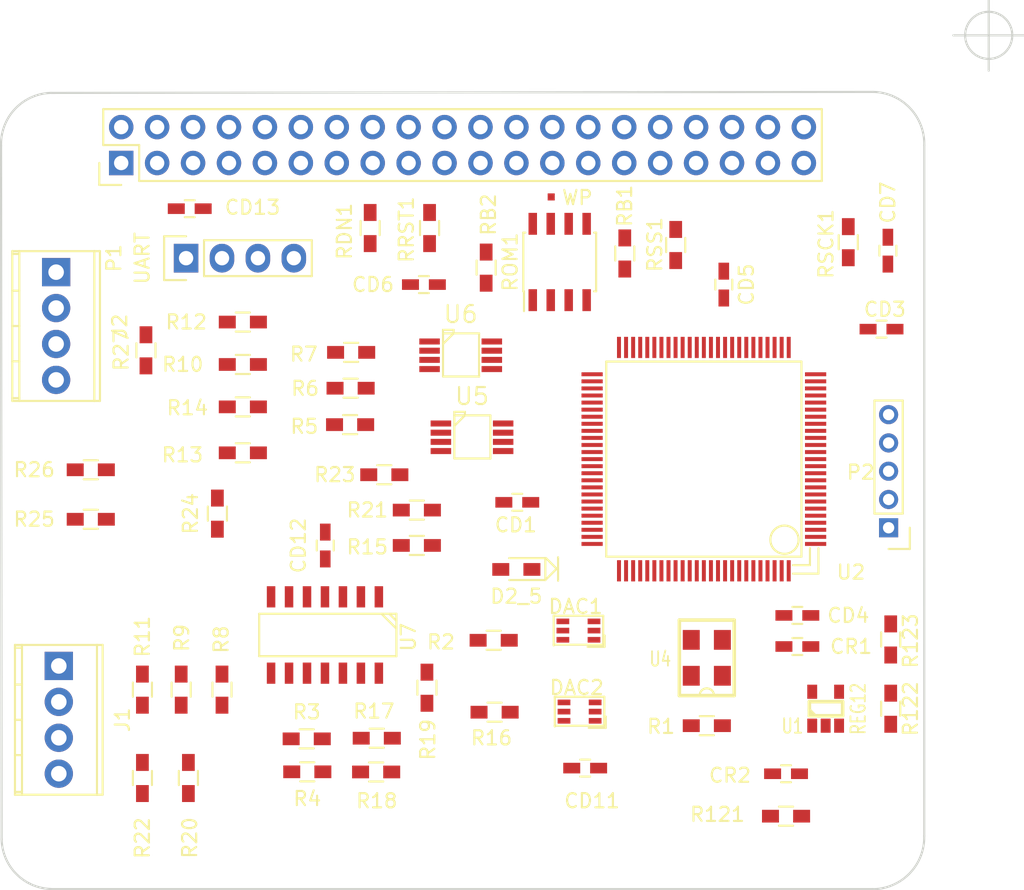
<source format=kicad_pcb>
(kicad_pcb (version 4) (host pcbnew 4.0.5+dfsg1-4)

  (general
    (links 188)
    (no_connects 146)
    (area 136.432219 54.895679 201.847647 111.439801)
    (thickness 1.6)
    (drawings 10)
    (tracks 0)
    (zones 0)
    (modules 67)
    (nets 124)
  )

  (page A4)
  (layers
    (0 F.Cu signal)
    (31 B.Cu signal)
    (34 B.Paste user)
    (35 F.Paste user)
    (36 B.SilkS user)
    (37 F.SilkS user)
    (38 B.Mask user)
    (39 F.Mask user)
    (40 Dwgs.User user)
    (44 Edge.Cuts user)
    (45 Margin user)
  )

  (setup
    (last_trace_width 0.1778)
    (user_trace_width 0.1524)
    (user_trace_width 0.3048)
    (user_trace_width 0.381)
    (trace_clearance 0.1524)
    (zone_clearance 0.508)
    (zone_45_only no)
    (trace_min 0.1524)
    (segment_width 0.2)
    (edge_width 0.15)
    (via_size 0.5588)
    (via_drill 0.381)
    (via_min_size 0.508)
    (via_min_drill 0.3302)
    (uvia_size 0.5588)
    (uvia_drill 0.381)
    (uvias_allowed no)
    (uvia_min_size 0.508)
    (uvia_min_drill 0.3302)
    (pcb_text_width 0.3)
    (pcb_text_size 1.5 1.5)
    (mod_edge_width 0.15)
    (mod_text_size 1 1)
    (mod_text_width 0.15)
    (pad_size 3 3)
    (pad_drill 3)
    (pad_to_mask_clearance 0.2)
    (aux_axis_origin 0 0)
    (visible_elements FFFFFF7F)
    (pcbplotparams
      (layerselection 0x00030_80000001)
      (usegerberextensions false)
      (excludeedgelayer true)
      (linewidth 0.100000)
      (plotframeref false)
      (viasonmask false)
      (mode 1)
      (useauxorigin false)
      (hpglpennumber 1)
      (hpglpenspeed 20)
      (hpglpendiameter 15)
      (hpglpenoverlay 2)
      (psnegative false)
      (psa4output false)
      (plotreference true)
      (plotvalue true)
      (plotinvisibletext false)
      (padsonsilk false)
      (subtractmaskfromsilk false)
      (outputformat 1)
      (mirror false)
      (drillshape 1)
      (scaleselection 1)
      (outputdirectory ""))
  )

  (net 0 "")
  (net 1 +1V2)
  (net 2 GND)
  (net 3 +3V3)
  (net 4 +5V)
  (net 5 /Analog/out3)
  (net 6 "Net-(D2_5-Pad1)")
  (net 7 /Analog/in1)
  (net 8 /Analog/out4)
  (net 9 /Analog/in3)
  (net 10 /Analog/out3a)
  (net 11 /Analog/din3)
  (net 12 /Analog/slkc3)
  (net 13 /Analog/sync3)
  (net 14 /Analog/out4a)
  (net 15 /Analog/din4)
  (net 16 /Analog/sclk4)
  (net 17 /Analog/sync4)
  (net 18 /TXD)
  (net 19 /RXD)
  (net 20 "Net-(R2-Pad2)")
  (net 21 "Net-(R3-Pad1)")
  (net 22 "Net-(R3-Pad2)")
  (net 23 /Analog/in1a)
  (net 24 "Net-(R5-Pad2)")
  (net 25 "Net-(R6-Pad1)")
  (net 26 "Net-(R8-Pad2)")
  (net 27 "Net-(R10-Pad2)")
  (net 28 /Analog/in3a)
  (net 29 "Net-(R16-Pad2)")
  (net 30 "Net-(R17-Pad1)")
  (net 31 "Net-(R17-Pad2)")
  (net 32 "Net-(R19-Pad2)")
  (net 33 "Net-(R121-Pad2)")
  (net 34 "Net-(R122-Pad2)")
  (net 35 /CDONE)
  (net 36 /CRST)
  (net 37 /SCK)
  (net 38 /SS)
  (net 39 /GCLK0)
  (net 40 /GCLK1)
  (net 41 /MISO)
  (net 42 /MOSI)
  (net 43 "Net-(R1-Pad1)")
  (net 44 clk)
  (net 45 /ID_SD)
  (net 46 /ID_SC)
  (net 47 "Net-(P2-Pad1)")
  (net 48 "Net-(P2-Pad2)")
  (net 49 "Net-(P2-Pad3)")
  (net 50 "Net-(P2-Pad4)")
  (net 51 "Net-(R15-Pad2)")
  (net 52 "Net-(R21-Pad1)")
  (net 53 "Net-(R24-Pad1)")
  (net 54 "Net-(ROM1-Pad7)")
  (net 55 "Net-(U2-Pad76)")
  (net 56 SS1)
  (net 57 "Net-(U2-Pad26)")
  (net 58 "Net-(U2-Pad1)")
  (net 59 "Net-(U2-Pad2)")
  (net 60 "Net-(U2-Pad3)")
  (net 61 "Net-(U2-Pad4)")
  (net 62 "Net-(U2-Pad12)")
  (net 63 "Net-(U2-Pad13)")
  (net 64 "Net-(U2-Pad15)")
  (net 65 "Net-(U2-Pad16)")
  (net 66 "Net-(U2-Pad18)")
  (net 67 "Net-(U2-Pad19)")
  (net 68 "Net-(U2-Pad27)")
  (net 69 "Net-(U2-Pad28)")
  (net 70 "Net-(U2-Pad29)")
  (net 71 "Net-(U2-Pad30)")
  (net 72 "Net-(U2-Pad36)")
  (net 73 "Net-(U2-Pad37)")
  (net 74 "Net-(U2-Pad40)")
  (net 75 "Net-(U2-Pad41)")
  (net 76 "Net-(U2-Pad42)")
  (net 77 MISO1)
  (net 78 MOSI1)
  (net 79 SCLK1)
  (net 80 "Net-(U2-Pad62)")
  (net 81 "Net-(U2-Pad69)")
  (net 82 "Net-(U2-Pad71)")
  (net 83 "Net-(U2-Pad72)")
  (net 84 "Net-(U2-Pad73)")
  (net 85 "Net-(U2-Pad74)")
  (net 86 "Net-(U2-Pad81)")
  (net 87 "Net-(U2-Pad86)")
  (net 88 "Net-(U2-Pad87)")
  (net 89 "Net-(U2-Pad89)")
  (net 90 "Net-(U2-Pad93)")
  (net 91 "Net-(U2-Pad94)")
  (net 92 "Net-(U2-Pad95)")
  (net 93 "Net-(U2-Pad96)")
  (net 94 "Net-(U2-Pad97)")
  (net 95 "Net-(U2-Pad99)")
  (net 96 "Net-(U2-Pad100)")
  (net 97 "Net-(U3-Pad3)")
  (net 98 "Net-(U3-Pad5)")
  (net 99 "Net-(U3-Pad11)")
  (net 100 "Net-(U3-Pad12)")
  (net 101 "Net-(U3-Pad13)")
  (net 102 "Net-(U3-Pad15)")
  (net 103 "Net-(U3-Pad16)")
  (net 104 "Net-(U3-Pad26)")
  (net 105 "Net-(U3-Pad32)")
  (net 106 "Net-(U3-Pad33)")
  (net 107 "Net-(U3-Pad37)")
  (net 108 /Analog/cs5)
  (net 109 /Analog/sclk5)
  (net 110 /Analog/dout5)
  (net 111 /Analog/din5)
  (net 112 /Analog/cs6)
  (net 113 /Analog/sclk6)
  (net 114 /Analog/dout6)
  (net 115 /Analog/din6)
  (net 116 "Net-(U2-Pad20)")
  (net 117 "Net-(U2-Pad21)")
  (net 118 "Net-(U2-Pad24)")
  (net 119 "Net-(U2-Pad25)")
  (net 120 "Net-(U2-Pad63)")
  (net 121 "Net-(U3-Pad7)")
  (net 122 "Net-(U5-Pad5)")
  (net 123 "Net-(U6-Pad5)")

  (net_class Default "This is the default net class."
    (clearance 0.1524)
    (trace_width 0.1778)
    (via_dia 0.5588)
    (via_drill 0.381)
    (uvia_dia 0.5588)
    (uvia_drill 0.381)
    (add_net /Analog/cs5)
    (add_net /Analog/cs6)
    (add_net /Analog/din3)
    (add_net /Analog/din4)
    (add_net /Analog/din5)
    (add_net /Analog/din6)
    (add_net /Analog/dout5)
    (add_net /Analog/dout6)
    (add_net /Analog/in1)
    (add_net /Analog/in1a)
    (add_net /Analog/in3)
    (add_net /Analog/in3a)
    (add_net /Analog/out3)
    (add_net /Analog/out3a)
    (add_net /Analog/out4)
    (add_net /Analog/out4a)
    (add_net /Analog/sclk4)
    (add_net /Analog/sclk5)
    (add_net /Analog/sclk6)
    (add_net /Analog/slkc3)
    (add_net /Analog/sync3)
    (add_net /Analog/sync4)
    (add_net /CDONE)
    (add_net /CRST)
    (add_net /GCLK0)
    (add_net /GCLK1)
    (add_net /ID_SC)
    (add_net /ID_SD)
    (add_net /MISO)
    (add_net /MOSI)
    (add_net /RXD)
    (add_net /SCK)
    (add_net /SS)
    (add_net /TXD)
    (add_net MISO1)
    (add_net MOSI1)
    (add_net "Net-(D2_5-Pad1)")
    (add_net "Net-(P2-Pad1)")
    (add_net "Net-(P2-Pad2)")
    (add_net "Net-(P2-Pad3)")
    (add_net "Net-(P2-Pad4)")
    (add_net "Net-(R1-Pad1)")
    (add_net "Net-(R10-Pad2)")
    (add_net "Net-(R121-Pad2)")
    (add_net "Net-(R122-Pad2)")
    (add_net "Net-(R15-Pad2)")
    (add_net "Net-(R16-Pad2)")
    (add_net "Net-(R17-Pad1)")
    (add_net "Net-(R17-Pad2)")
    (add_net "Net-(R19-Pad2)")
    (add_net "Net-(R2-Pad2)")
    (add_net "Net-(R21-Pad1)")
    (add_net "Net-(R24-Pad1)")
    (add_net "Net-(R3-Pad1)")
    (add_net "Net-(R3-Pad2)")
    (add_net "Net-(R5-Pad2)")
    (add_net "Net-(R6-Pad1)")
    (add_net "Net-(R8-Pad2)")
    (add_net "Net-(ROM1-Pad7)")
    (add_net "Net-(U2-Pad1)")
    (add_net "Net-(U2-Pad100)")
    (add_net "Net-(U2-Pad12)")
    (add_net "Net-(U2-Pad13)")
    (add_net "Net-(U2-Pad15)")
    (add_net "Net-(U2-Pad16)")
    (add_net "Net-(U2-Pad18)")
    (add_net "Net-(U2-Pad19)")
    (add_net "Net-(U2-Pad2)")
    (add_net "Net-(U2-Pad20)")
    (add_net "Net-(U2-Pad21)")
    (add_net "Net-(U2-Pad24)")
    (add_net "Net-(U2-Pad25)")
    (add_net "Net-(U2-Pad26)")
    (add_net "Net-(U2-Pad27)")
    (add_net "Net-(U2-Pad28)")
    (add_net "Net-(U2-Pad29)")
    (add_net "Net-(U2-Pad3)")
    (add_net "Net-(U2-Pad30)")
    (add_net "Net-(U2-Pad36)")
    (add_net "Net-(U2-Pad37)")
    (add_net "Net-(U2-Pad4)")
    (add_net "Net-(U2-Pad40)")
    (add_net "Net-(U2-Pad41)")
    (add_net "Net-(U2-Pad42)")
    (add_net "Net-(U2-Pad62)")
    (add_net "Net-(U2-Pad63)")
    (add_net "Net-(U2-Pad69)")
    (add_net "Net-(U2-Pad71)")
    (add_net "Net-(U2-Pad72)")
    (add_net "Net-(U2-Pad73)")
    (add_net "Net-(U2-Pad74)")
    (add_net "Net-(U2-Pad76)")
    (add_net "Net-(U2-Pad81)")
    (add_net "Net-(U2-Pad86)")
    (add_net "Net-(U2-Pad87)")
    (add_net "Net-(U2-Pad89)")
    (add_net "Net-(U2-Pad93)")
    (add_net "Net-(U2-Pad94)")
    (add_net "Net-(U2-Pad95)")
    (add_net "Net-(U2-Pad96)")
    (add_net "Net-(U2-Pad97)")
    (add_net "Net-(U2-Pad99)")
    (add_net "Net-(U3-Pad11)")
    (add_net "Net-(U3-Pad12)")
    (add_net "Net-(U3-Pad13)")
    (add_net "Net-(U3-Pad15)")
    (add_net "Net-(U3-Pad16)")
    (add_net "Net-(U3-Pad26)")
    (add_net "Net-(U3-Pad3)")
    (add_net "Net-(U3-Pad32)")
    (add_net "Net-(U3-Pad33)")
    (add_net "Net-(U3-Pad37)")
    (add_net "Net-(U3-Pad5)")
    (add_net "Net-(U3-Pad7)")
    (add_net "Net-(U5-Pad5)")
    (add_net "Net-(U6-Pad5)")
    (add_net SCLK1)
    (add_net SS1)
    (add_net clk)
  )

  (net_class Ground ""
    (clearance 0.1524)
    (trace_width 0.1778)
    (via_dia 0.5588)
    (via_drill 0.381)
    (uvia_dia 0.5588)
    (uvia_drill 0.381)
    (add_net GND)
  )

  (net_class Power ""
    (clearance 0.2032)
    (trace_width 0.3556)
    (via_dia 0.762)
    (via_drill 0.4826)
    (uvia_dia 0.762)
    (uvia_drill 0.4826)
    (add_net +1V2)
    (add_net +3V3)
    (add_net +5V)
  )

  (module Capacitors_SMD:C_0603_HandSoldering (layer F.Cu) (tedit 599044C4) (tstamp 59903A09)
    (at 192.8 94.2 180)
    (descr "Capacitor SMD 0603, hand soldering")
    (tags "capacitor 0603")
    (path /586024FB)
    (attr smd)
    (fp_text reference CR1 (at -3.8 0 180) (layer F.SilkS)
      (effects (font (size 1 1) (thickness 0.15)))
    )
    (fp_text value 1u (at 0 1.9 180) (layer F.Fab) hide
      (effects (font (size 1 1) (thickness 0.15)))
    )
    (fp_line (start -0.8 0.4) (end -0.8 -0.4) (layer F.Fab) (width 0.15))
    (fp_line (start 0.8 0.4) (end -0.8 0.4) (layer F.Fab) (width 0.15))
    (fp_line (start 0.8 -0.4) (end 0.8 0.4) (layer F.Fab) (width 0.15))
    (fp_line (start -0.8 -0.4) (end 0.8 -0.4) (layer F.Fab) (width 0.15))
    (fp_line (start -1.85 -0.75) (end 1.85 -0.75) (layer F.CrtYd) (width 0.05))
    (fp_line (start -1.85 0.75) (end 1.85 0.75) (layer F.CrtYd) (width 0.05))
    (fp_line (start -1.85 -0.75) (end -1.85 0.75) (layer F.CrtYd) (width 0.05))
    (fp_line (start 1.85 -0.75) (end 1.85 0.75) (layer F.CrtYd) (width 0.05))
    (fp_line (start -0.35 -0.6) (end 0.35 -0.6) (layer F.SilkS) (width 0.15))
    (fp_line (start 0.35 0.6) (end -0.35 0.6) (layer F.SilkS) (width 0.15))
    (pad 1 smd rect (at -0.95 0 180) (size 1.2 0.75) (layers F.Cu F.Paste F.Mask)
      (net 1 +1V2))
    (pad 2 smd rect (at 0.95 0 180) (size 1.2 0.75) (layers F.Cu F.Paste F.Mask)
      (net 2 GND))
    (model Capacitors_SMD.3dshapes/C_0603_HandSoldering.wrl
      (at (xyz 0 0 0))
      (scale (xyz 1 1 1))
      (rotate (xyz 0 0 0))
    )
  )

  (module Capacitors_SMD:C_0603_HandSoldering (layer F.Cu) (tedit 541A9B4D) (tstamp 59903A0F)
    (at 192 103.2)
    (descr "Capacitor SMD 0603, hand soldering")
    (tags "capacitor 0603")
    (path /58602546)
    (attr smd)
    (fp_text reference CR2 (at -3.96238 0.11327) (layer F.SilkS)
      (effects (font (size 1 1) (thickness 0.15)))
    )
    (fp_text value 1u (at -3.76424 0.06604) (layer F.Fab)
      (effects (font (size 1 1) (thickness 0.15)))
    )
    (fp_line (start -0.8 0.4) (end -0.8 -0.4) (layer F.Fab) (width 0.15))
    (fp_line (start 0.8 0.4) (end -0.8 0.4) (layer F.Fab) (width 0.15))
    (fp_line (start 0.8 -0.4) (end 0.8 0.4) (layer F.Fab) (width 0.15))
    (fp_line (start -0.8 -0.4) (end 0.8 -0.4) (layer F.Fab) (width 0.15))
    (fp_line (start -1.85 -0.75) (end 1.85 -0.75) (layer F.CrtYd) (width 0.05))
    (fp_line (start -1.85 0.75) (end 1.85 0.75) (layer F.CrtYd) (width 0.05))
    (fp_line (start -1.85 -0.75) (end -1.85 0.75) (layer F.CrtYd) (width 0.05))
    (fp_line (start 1.85 -0.75) (end 1.85 0.75) (layer F.CrtYd) (width 0.05))
    (fp_line (start -0.35 -0.6) (end 0.35 -0.6) (layer F.SilkS) (width 0.15))
    (fp_line (start 0.35 0.6) (end -0.35 0.6) (layer F.SilkS) (width 0.15))
    (pad 1 smd rect (at -0.95 0) (size 1.2 0.75) (layers F.Cu F.Paste F.Mask)
      (net 3 +3V3))
    (pad 2 smd rect (at 0.95 0) (size 1.2 0.75) (layers F.Cu F.Paste F.Mask)
      (net 2 GND))
    (model Capacitors_SMD.3dshapes/C_0603_HandSoldering.wrl
      (at (xyz 0 0 0))
      (scale (xyz 1 1 1))
      (rotate (xyz 0 0 0))
    )
  )

  (module local:SC70 (layer F.Cu) (tedit 59904993) (tstamp 59903A4F)
    (at 177.32436 93.07348 90)
    (descr http://www.ti.com/lit/ds/symlink/dac5311.pdf)
    (tags SC70)
    (path /58616DAE/5990022B)
    (solder_mask_margin 0.05)
    (solder_paste_margin -0.025)
    (attr smd)
    (fp_text reference DAC1 (at 1.7 -0.2 180) (layer F.SilkS)
      (effects (font (size 1 1) (thickness 0.15)))
    )
    (fp_text value DACx311 (at -1.7 0 180) (layer F.Fab) hide
      (effects (font (size 1 1) (thickness 0.15)))
    )
    (fp_line (start -0.35 1.85) (end -0.35 1.85) (layer F.SilkS) (width 0.15))
    (fp_line (start -1.15 1.85) (end -0.35 1.85) (layer F.SilkS) (width 0.15))
    (fp_line (start -1.15 0.65) (end -1.15 1.85) (layer F.SilkS) (width 0.15))
    (fp_line (start -1 -1.75) (end -1 -1.75) (layer F.SilkS) (width 0.15))
    (fp_line (start -1 1.75) (end -1 -1.75) (layer F.SilkS) (width 0.15))
    (fp_line (start 1.05 1.75) (end -1 1.75) (layer F.SilkS) (width 0.15))
    (fp_line (start 1.05 -1.75) (end 1.05 1.75) (layer F.SilkS) (width 0.15))
    (fp_line (start -1.05 -1.75) (end 1.05 -1.75) (layer F.SilkS) (width 0.15))
    (pad 5 smd rect (at 0 -1.1 90) (size 0.4 0.9) (layers F.Cu F.Paste F.Mask)
      (net 2 GND))
    (pad 6 smd rect (at -0.65 -1.1 90) (size 0.4 0.9) (layers F.Cu F.Paste F.Mask)
      (net 10 /Analog/out3a))
    (pad 4 smd rect (at 0.65 -1.1 90) (size 0.4 0.9) (layers F.Cu F.Paste F.Mask)
      (net 3 +3V3))
    (pad 3 smd rect (at 0.65 1.1 90) (size 0.4 0.9) (layers F.Cu F.Paste F.Mask)
      (net 11 /Analog/din3))
    (pad 2 smd rect (at 0 1.1 90) (size 0.4 0.9) (layers F.Cu F.Paste F.Mask)
      (net 12 /Analog/slkc3))
    (pad 1 smd rect (at -0.65 1.1 90) (size 0.4 0.9) (layers F.Cu F.Paste F.Mask)
      (net 13 /Analog/sync3))
  )

  (module local:SC70 (layer F.Cu) (tedit 5990499B) (tstamp 59903A59)
    (at 177.40376 98.80484 90)
    (descr http://www.ti.com/lit/ds/symlink/dac5311.pdf)
    (tags SC70)
    (path /58616DAE/59900364)
    (solder_mask_margin 0.05)
    (solder_paste_margin -0.025)
    (attr smd)
    (fp_text reference DAC2 (at 1.7 -0.2 180) (layer F.SilkS)
      (effects (font (size 1 1) (thickness 0.15)))
    )
    (fp_text value DACx311 (at -1.7 0 180) (layer F.Fab) hide
      (effects (font (size 1 1) (thickness 0.15)))
    )
    (fp_line (start -0.35 1.85) (end -0.35 1.85) (layer F.SilkS) (width 0.15))
    (fp_line (start -1.15 1.85) (end -0.35 1.85) (layer F.SilkS) (width 0.15))
    (fp_line (start -1.15 0.65) (end -1.15 1.85) (layer F.SilkS) (width 0.15))
    (fp_line (start -1 -1.75) (end -1 -1.75) (layer F.SilkS) (width 0.15))
    (fp_line (start -1 1.75) (end -1 -1.75) (layer F.SilkS) (width 0.15))
    (fp_line (start 1.05 1.75) (end -1 1.75) (layer F.SilkS) (width 0.15))
    (fp_line (start 1.05 -1.75) (end 1.05 1.75) (layer F.SilkS) (width 0.15))
    (fp_line (start -1.05 -1.75) (end 1.05 -1.75) (layer F.SilkS) (width 0.15))
    (pad 5 smd rect (at 0 -1.1 90) (size 0.4 0.9) (layers F.Cu F.Paste F.Mask)
      (net 2 GND))
    (pad 6 smd rect (at -0.65 -1.1 90) (size 0.4 0.9) (layers F.Cu F.Paste F.Mask)
      (net 14 /Analog/out4a))
    (pad 4 smd rect (at 0.65 -1.1 90) (size 0.4 0.9) (layers F.Cu F.Paste F.Mask)
      (net 3 +3V3))
    (pad 3 smd rect (at 0.65 1.1 90) (size 0.4 0.9) (layers F.Cu F.Paste F.Mask)
      (net 15 /Analog/din4))
    (pad 2 smd rect (at 0 1.1 90) (size 0.4 0.9) (layers F.Cu F.Paste F.Mask)
      (net 16 /Analog/sclk4))
    (pad 1 smd rect (at -0.65 1.1 90) (size 0.4 0.9) (layers F.Cu F.Paste F.Mask)
      (net 17 /Analog/sync4))
  )

  (module Terminal_Blocks:TerminalBlock_Pheonix_MPT-2.54mm_4pol (layer F.Cu) (tedit 0) (tstamp 59903A61)
    (at 140.589 95.57512 270)
    (descr "4-way 2.54mm pitch terminal block, Phoenix MPT series")
    (path /58616DAE/5990D41E)
    (fp_text reference J1 (at 3.81 -4.50088 270) (layer F.SilkS)
      (effects (font (size 1 1) (thickness 0.15)))
    )
    (fp_text value "analog outputs" (at 3.81 4.50088 270) (layer F.Fab)
      (effects (font (size 1 1) (thickness 0.15)))
    )
    (fp_line (start -1.778 -3.302) (end 9.398 -3.302) (layer F.CrtYd) (width 0.05))
    (fp_line (start -1.778 3.302) (end -1.778 -3.302) (layer F.CrtYd) (width 0.05))
    (fp_line (start 9.398 3.302) (end -1.778 3.302) (layer F.CrtYd) (width 0.05))
    (fp_line (start 9.398 -3.302) (end 9.398 3.302) (layer F.CrtYd) (width 0.05))
    (fp_line (start 9.11098 -3.0988) (end -1.49098 -3.0988) (layer F.SilkS) (width 0.15))
    (fp_line (start -1.49098 -2.70002) (end 9.11098 -2.70002) (layer F.SilkS) (width 0.15))
    (fp_line (start -1.49098 2.60096) (end 9.11098 2.60096) (layer F.SilkS) (width 0.15))
    (fp_line (start 9.11098 3.0988) (end -1.49098 3.0988) (layer F.SilkS) (width 0.15))
    (fp_line (start 6.30682 2.60096) (end 6.30682 3.0988) (layer F.SilkS) (width 0.15))
    (fp_line (start 3.81 2.60096) (end 3.81 3.0988) (layer F.SilkS) (width 0.15))
    (fp_line (start -1.28778 3.0988) (end -1.28778 2.60096) (layer F.SilkS) (width 0.15))
    (fp_line (start 8.91032 2.60096) (end 8.91032 3.0988) (layer F.SilkS) (width 0.15))
    (fp_line (start 1.31318 3.0988) (end 1.31318 2.60096) (layer F.SilkS) (width 0.15))
    (fp_line (start 9.10844 3.0988) (end 9.10844 -3.0988) (layer F.SilkS) (width 0.15))
    (fp_line (start -1.4859 -3.0988) (end -1.4859 3.0988) (layer F.SilkS) (width 0.15))
    (pad 4 thru_hole oval (at 7.62 0 90) (size 1.99898 1.99898) (drill 1.09728) (layers *.Cu *.Mask)
      (net 8 /Analog/out4))
    (pad 1 thru_hole rect (at 0 0 90) (size 1.99898 1.99898) (drill 1.09728) (layers *.Cu *.Mask)
      (net 5 /Analog/out3))
    (pad 2 thru_hole oval (at 2.54 0 90) (size 1.99898 1.99898) (drill 1.09728) (layers *.Cu *.Mask)
      (net 2 GND))
    (pad 3 thru_hole oval (at 5.08 0 90) (size 1.99898 1.99898) (drill 1.09728) (layers *.Cu *.Mask)
      (net 2 GND))
    (model Terminal_Blocks.3dshapes/TerminalBlock_Pheonix_MPT-2.54mm_4pol.wrl
      (at (xyz 0.15 0 0))
      (scale (xyz 1 1 1))
      (rotate (xyz 0 0 0))
    )
  )

  (module Pin_Headers:Pin_Header_Straight_1x04 (layer F.Cu) (tedit 5990462C) (tstamp 59903A73)
    (at 149.58568 66.73088 90)
    (descr "Through hole pin header")
    (tags "pin header")
    (path /5860F501)
    (fp_text reference P1 (at 0 -5.1 90) (layer F.SilkS)
      (effects (font (size 1 1) (thickness 0.15)))
    )
    (fp_text value UART (at 0 -3.1 90) (layer F.SilkS)
      (effects (font (size 1 1) (thickness 0.15)))
    )
    (fp_line (start -1.75 -1.75) (end -1.75 9.4) (layer F.CrtYd) (width 0.05))
    (fp_line (start 1.75 -1.75) (end 1.75 9.4) (layer F.CrtYd) (width 0.05))
    (fp_line (start -1.75 -1.75) (end 1.75 -1.75) (layer F.CrtYd) (width 0.05))
    (fp_line (start -1.75 9.4) (end 1.75 9.4) (layer F.CrtYd) (width 0.05))
    (fp_line (start -1.27 1.27) (end -1.27 8.89) (layer F.SilkS) (width 0.15))
    (fp_line (start 1.27 1.27) (end 1.27 8.89) (layer F.SilkS) (width 0.15))
    (fp_line (start 1.55 -1.55) (end 1.55 0) (layer F.SilkS) (width 0.15))
    (fp_line (start -1.27 8.89) (end 1.27 8.89) (layer F.SilkS) (width 0.15))
    (fp_line (start 1.27 1.27) (end -1.27 1.27) (layer F.SilkS) (width 0.15))
    (fp_line (start -1.55 0) (end -1.55 -1.55) (layer F.SilkS) (width 0.15))
    (fp_line (start -1.55 -1.55) (end 1.55 -1.55) (layer F.SilkS) (width 0.15))
    (pad 1 thru_hole rect (at 0 0 90) (size 2.032 1.7272) (drill 1.016) (layers *.Cu *.Mask)
      (net 3 +3V3))
    (pad 2 thru_hole oval (at 0 2.54 90) (size 2.032 1.7272) (drill 1.016) (layers *.Cu *.Mask)
      (net 18 /TXD))
    (pad 3 thru_hole oval (at 0 5.08 90) (size 2.032 1.7272) (drill 1.016) (layers *.Cu *.Mask)
      (net 19 /RXD))
    (pad 4 thru_hole oval (at 0 7.62 90) (size 2.032 1.7272) (drill 1.016) (layers *.Cu *.Mask)
      (net 2 GND))
    (model Pin_Headers.3dshapes/Pin_Header_Straight_1x04.wrl
      (at (xyz 0 -0.15 0))
      (scale (xyz 1 1 1))
      (rotate (xyz 0 0 90))
    )
  )

  (module Resistors_SMD:R_0603_HandSoldering (layer F.Cu) (tedit 5990456A) (tstamp 59903A79)
    (at 186.4 99.8 180)
    (descr "Resistor SMD 0603, hand soldering")
    (tags "resistor 0603")
    (path /5991DD38)
    (attr smd)
    (fp_text reference R1 (at 3.238552 -0.057754 180) (layer F.SilkS)
      (effects (font (size 1 1) (thickness 0.15)))
    )
    (fp_text value 10k (at 0 1.9 180) (layer F.Fab) hide
      (effects (font (size 1 1) (thickness 0.15)))
    )
    (fp_line (start -0.8 0.4) (end -0.8 -0.4) (layer F.Fab) (width 0.1))
    (fp_line (start 0.8 0.4) (end -0.8 0.4) (layer F.Fab) (width 0.1))
    (fp_line (start 0.8 -0.4) (end 0.8 0.4) (layer F.Fab) (width 0.1))
    (fp_line (start -0.8 -0.4) (end 0.8 -0.4) (layer F.Fab) (width 0.1))
    (fp_line (start -2 -0.8) (end 2 -0.8) (layer F.CrtYd) (width 0.05))
    (fp_line (start -2 0.8) (end 2 0.8) (layer F.CrtYd) (width 0.05))
    (fp_line (start -2 -0.8) (end -2 0.8) (layer F.CrtYd) (width 0.05))
    (fp_line (start 2 -0.8) (end 2 0.8) (layer F.CrtYd) (width 0.05))
    (fp_line (start 0.5 0.675) (end -0.5 0.675) (layer F.SilkS) (width 0.15))
    (fp_line (start -0.5 -0.675) (end 0.5 -0.675) (layer F.SilkS) (width 0.15))
    (pad 1 smd rect (at -1.1 0 180) (size 1.2 0.9) (layers F.Cu F.Paste F.Mask)
      (net 43 "Net-(R1-Pad1)"))
    (pad 2 smd rect (at 1.1 0 180) (size 1.2 0.9) (layers F.Cu F.Paste F.Mask)
      (net 3 +3V3))
    (model Resistors_SMD.3dshapes/R_0603_HandSoldering.wrl
      (at (xyz 0 0 0))
      (scale (xyz 1 1 1))
      (rotate (xyz 0 0 0))
    )
  )

  (module Resistors_SMD:R_0603_HandSoldering (layer F.Cu) (tedit 5990413C) (tstamp 59903A7F)
    (at 171.3325 93.75928 180)
    (descr "Resistor SMD 0603, hand soldering")
    (tags "resistor 0603")
    (path /58616DAE/5990934B)
    (attr smd)
    (fp_text reference R2 (at 3.72872 -0.12446 180) (layer F.SilkS)
      (effects (font (size 1 1) (thickness 0.15)))
    )
    (fp_text value R (at 0 1.9 180) (layer F.Fab) hide
      (effects (font (size 1 1) (thickness 0.15)))
    )
    (fp_line (start -0.8 0.4) (end -0.8 -0.4) (layer F.Fab) (width 0.1))
    (fp_line (start 0.8 0.4) (end -0.8 0.4) (layer F.Fab) (width 0.1))
    (fp_line (start 0.8 -0.4) (end 0.8 0.4) (layer F.Fab) (width 0.1))
    (fp_line (start -0.8 -0.4) (end 0.8 -0.4) (layer F.Fab) (width 0.1))
    (fp_line (start -2 -0.8) (end 2 -0.8) (layer F.CrtYd) (width 0.05))
    (fp_line (start -2 0.8) (end 2 0.8) (layer F.CrtYd) (width 0.05))
    (fp_line (start -2 -0.8) (end -2 0.8) (layer F.CrtYd) (width 0.05))
    (fp_line (start 2 -0.8) (end 2 0.8) (layer F.CrtYd) (width 0.05))
    (fp_line (start 0.5 0.675) (end -0.5 0.675) (layer F.SilkS) (width 0.15))
    (fp_line (start -0.5 -0.675) (end 0.5 -0.675) (layer F.SilkS) (width 0.15))
    (pad 1 smd rect (at -1.1 0 180) (size 1.2 0.9) (layers F.Cu F.Paste F.Mask)
      (net 10 /Analog/out3a))
    (pad 2 smd rect (at 1.1 0 180) (size 1.2 0.9) (layers F.Cu F.Paste F.Mask)
      (net 20 "Net-(R2-Pad2)"))
    (model Resistors_SMD.3dshapes/R_0603_HandSoldering.wrl
      (at (xyz 0 0 0))
      (scale (xyz 1 1 1))
      (rotate (xyz 0 0 0))
    )
  )

  (module Resistors_SMD:R_0603_HandSoldering (layer F.Cu) (tedit 58307AEF) (tstamp 59903A85)
    (at 158.115 100.73132)
    (descr "Resistor SMD 0603, hand soldering")
    (tags "resistor 0603")
    (path /58616DAE/5990909C)
    (attr smd)
    (fp_text reference R3 (at 0 -1.9) (layer F.SilkS)
      (effects (font (size 1 1) (thickness 0.15)))
    )
    (fp_text value 1k (at 0 1.9) (layer F.Fab)
      (effects (font (size 1 1) (thickness 0.15)))
    )
    (fp_line (start -0.8 0.4) (end -0.8 -0.4) (layer F.Fab) (width 0.1))
    (fp_line (start 0.8 0.4) (end -0.8 0.4) (layer F.Fab) (width 0.1))
    (fp_line (start 0.8 -0.4) (end 0.8 0.4) (layer F.Fab) (width 0.1))
    (fp_line (start -0.8 -0.4) (end 0.8 -0.4) (layer F.Fab) (width 0.1))
    (fp_line (start -2 -0.8) (end 2 -0.8) (layer F.CrtYd) (width 0.05))
    (fp_line (start -2 0.8) (end 2 0.8) (layer F.CrtYd) (width 0.05))
    (fp_line (start -2 -0.8) (end -2 0.8) (layer F.CrtYd) (width 0.05))
    (fp_line (start 2 -0.8) (end 2 0.8) (layer F.CrtYd) (width 0.05))
    (fp_line (start 0.5 0.675) (end -0.5 0.675) (layer F.SilkS) (width 0.15))
    (fp_line (start -0.5 -0.675) (end 0.5 -0.675) (layer F.SilkS) (width 0.15))
    (pad 1 smd rect (at -1.1 0) (size 1.2 0.9) (layers F.Cu F.Paste F.Mask)
      (net 21 "Net-(R3-Pad1)"))
    (pad 2 smd rect (at 1.1 0) (size 1.2 0.9) (layers F.Cu F.Paste F.Mask)
      (net 22 "Net-(R3-Pad2)"))
    (model Resistors_SMD.3dshapes/R_0603_HandSoldering.wrl
      (at (xyz 0 0 0))
      (scale (xyz 1 1 1))
      (rotate (xyz 0 0 0))
    )
  )

  (module Resistors_SMD:R_0603_HandSoldering (layer F.Cu) (tedit 58307AEF) (tstamp 59903A8B)
    (at 158.15564 103.06304 180)
    (descr "Resistor SMD 0603, hand soldering")
    (tags "resistor 0603")
    (path /58616DAE/599090A5)
    (attr smd)
    (fp_text reference R4 (at 0 -1.9 180) (layer F.SilkS)
      (effects (font (size 1 1) (thickness 0.15)))
    )
    (fp_text value 1k (at 0 1.9 180) (layer F.Fab)
      (effects (font (size 1 1) (thickness 0.15)))
    )
    (fp_line (start -0.8 0.4) (end -0.8 -0.4) (layer F.Fab) (width 0.1))
    (fp_line (start 0.8 0.4) (end -0.8 0.4) (layer F.Fab) (width 0.1))
    (fp_line (start 0.8 -0.4) (end 0.8 0.4) (layer F.Fab) (width 0.1))
    (fp_line (start -0.8 -0.4) (end 0.8 -0.4) (layer F.Fab) (width 0.1))
    (fp_line (start -2 -0.8) (end 2 -0.8) (layer F.CrtYd) (width 0.05))
    (fp_line (start -2 0.8) (end 2 0.8) (layer F.CrtYd) (width 0.05))
    (fp_line (start -2 -0.8) (end -2 0.8) (layer F.CrtYd) (width 0.05))
    (fp_line (start 2 -0.8) (end 2 0.8) (layer F.CrtYd) (width 0.05))
    (fp_line (start 0.5 0.675) (end -0.5 0.675) (layer F.SilkS) (width 0.15))
    (fp_line (start -0.5 -0.675) (end 0.5 -0.675) (layer F.SilkS) (width 0.15))
    (pad 1 smd rect (at -1.1 0 180) (size 1.2 0.9) (layers F.Cu F.Paste F.Mask)
      (net 2 GND))
    (pad 2 smd rect (at 1.1 0 180) (size 1.2 0.9) (layers F.Cu F.Paste F.Mask)
      (net 21 "Net-(R3-Pad1)"))
    (model Resistors_SMD.3dshapes/R_0603_HandSoldering.wrl
      (at (xyz 0 0 0))
      (scale (xyz 1 1 1))
      (rotate (xyz 0 0 0))
    )
  )

  (module Resistors_SMD:R_0603_HandSoldering (layer F.Cu) (tedit 58307AEF) (tstamp 59903A91)
    (at 161.1823 78.50668 180)
    (descr "Resistor SMD 0603, hand soldering")
    (tags "resistor 0603")
    (path /58616DAE/59906F03)
    (attr smd)
    (fp_text reference R5 (at 3.23596 -0.127 180) (layer F.SilkS)
      (effects (font (size 1 1) (thickness 0.15)))
    )
    (fp_text value 1k (at -3.01498 0.02032 180) (layer F.Fab)
      (effects (font (size 1 1) (thickness 0.15)))
    )
    (fp_line (start -0.8 0.4) (end -0.8 -0.4) (layer F.Fab) (width 0.1))
    (fp_line (start 0.8 0.4) (end -0.8 0.4) (layer F.Fab) (width 0.1))
    (fp_line (start 0.8 -0.4) (end 0.8 0.4) (layer F.Fab) (width 0.1))
    (fp_line (start -0.8 -0.4) (end 0.8 -0.4) (layer F.Fab) (width 0.1))
    (fp_line (start -2 -0.8) (end 2 -0.8) (layer F.CrtYd) (width 0.05))
    (fp_line (start -2 0.8) (end 2 0.8) (layer F.CrtYd) (width 0.05))
    (fp_line (start -2 -0.8) (end -2 0.8) (layer F.CrtYd) (width 0.05))
    (fp_line (start 2 -0.8) (end 2 0.8) (layer F.CrtYd) (width 0.05))
    (fp_line (start 0.5 0.675) (end -0.5 0.675) (layer F.SilkS) (width 0.15))
    (fp_line (start -0.5 -0.675) (end 0.5 -0.675) (layer F.SilkS) (width 0.15))
    (pad 1 smd rect (at -1.1 0 180) (size 1.2 0.9) (layers F.Cu F.Paste F.Mask)
      (net 23 /Analog/in1a))
    (pad 2 smd rect (at 1.1 0 180) (size 1.2 0.9) (layers F.Cu F.Paste F.Mask)
      (net 24 "Net-(R5-Pad2)"))
    (model Resistors_SMD.3dshapes/R_0603_HandSoldering.wrl
      (at (xyz 0 0 0))
      (scale (xyz 1 1 1))
      (rotate (xyz 0 0 0))
    )
  )

  (module Resistors_SMD:R_0603_HandSoldering (layer F.Cu) (tedit 58307AEF) (tstamp 59903A97)
    (at 161.21786 75.92858)
    (descr "Resistor SMD 0603, hand soldering")
    (tags "resistor 0603")
    (path /58616DAE/59906FC2)
    (attr smd)
    (fp_text reference R6 (at -3.21564 0.02032) (layer F.SilkS)
      (effects (font (size 1 1) (thickness 0.15)))
    )
    (fp_text value 1k (at 3.05308 -0.09144) (layer F.Fab)
      (effects (font (size 1 1) (thickness 0.15)))
    )
    (fp_line (start -0.8 0.4) (end -0.8 -0.4) (layer F.Fab) (width 0.1))
    (fp_line (start 0.8 0.4) (end -0.8 0.4) (layer F.Fab) (width 0.1))
    (fp_line (start 0.8 -0.4) (end 0.8 0.4) (layer F.Fab) (width 0.1))
    (fp_line (start -0.8 -0.4) (end 0.8 -0.4) (layer F.Fab) (width 0.1))
    (fp_line (start -2 -0.8) (end 2 -0.8) (layer F.CrtYd) (width 0.05))
    (fp_line (start -2 0.8) (end 2 0.8) (layer F.CrtYd) (width 0.05))
    (fp_line (start -2 -0.8) (end -2 0.8) (layer F.CrtYd) (width 0.05))
    (fp_line (start 2 -0.8) (end 2 0.8) (layer F.CrtYd) (width 0.05))
    (fp_line (start 0.5 0.675) (end -0.5 0.675) (layer F.SilkS) (width 0.15))
    (fp_line (start -0.5 -0.675) (end 0.5 -0.675) (layer F.SilkS) (width 0.15))
    (pad 1 smd rect (at -1.1 0) (size 1.2 0.9) (layers F.Cu F.Paste F.Mask)
      (net 25 "Net-(R6-Pad1)"))
    (pad 2 smd rect (at 1.1 0) (size 1.2 0.9) (layers F.Cu F.Paste F.Mask)
      (net 23 /Analog/in1a))
    (model Resistors_SMD.3dshapes/R_0603_HandSoldering.wrl
      (at (xyz 0 0 0))
      (scale (xyz 1 1 1))
      (rotate (xyz 0 0 0))
    )
  )

  (module Resistors_SMD:R_0603_HandSoldering (layer F.Cu) (tedit 58307AEF) (tstamp 59903A9D)
    (at 161.25596 73.39366 180)
    (descr "Resistor SMD 0603, hand soldering")
    (tags "resistor 0603")
    (path /58616DAE/599074BA)
    (attr smd)
    (fp_text reference R7 (at 3.34772 -0.13462 180) (layer F.SilkS)
      (effects (font (size 1 1) (thickness 0.15)))
    )
    (fp_text value 1k (at -3.0861 0.08128 180) (layer F.Fab)
      (effects (font (size 1 1) (thickness 0.15)))
    )
    (fp_line (start -0.8 0.4) (end -0.8 -0.4) (layer F.Fab) (width 0.1))
    (fp_line (start 0.8 0.4) (end -0.8 0.4) (layer F.Fab) (width 0.1))
    (fp_line (start 0.8 -0.4) (end 0.8 0.4) (layer F.Fab) (width 0.1))
    (fp_line (start -0.8 -0.4) (end 0.8 -0.4) (layer F.Fab) (width 0.1))
    (fp_line (start -2 -0.8) (end 2 -0.8) (layer F.CrtYd) (width 0.05))
    (fp_line (start -2 0.8) (end 2 0.8) (layer F.CrtYd) (width 0.05))
    (fp_line (start -2 -0.8) (end -2 0.8) (layer F.CrtYd) (width 0.05))
    (fp_line (start 2 -0.8) (end 2 0.8) (layer F.CrtYd) (width 0.05))
    (fp_line (start 0.5 0.675) (end -0.5 0.675) (layer F.SilkS) (width 0.15))
    (fp_line (start -0.5 -0.675) (end 0.5 -0.675) (layer F.SilkS) (width 0.15))
    (pad 1 smd rect (at -1.1 0 180) (size 1.2 0.9) (layers F.Cu F.Paste F.Mask)
      (net 2 GND))
    (pad 2 smd rect (at 1.1 0 180) (size 1.2 0.9) (layers F.Cu F.Paste F.Mask)
      (net 25 "Net-(R6-Pad1)"))
    (model Resistors_SMD.3dshapes/R_0603_HandSoldering.wrl
      (at (xyz 0 0 0))
      (scale (xyz 1 1 1))
      (rotate (xyz 0 0 0))
    )
  )

  (module Resistors_SMD:R_0603_HandSoldering (layer F.Cu) (tedit 58307AEF) (tstamp 59903AA3)
    (at 152.12568 97.25 90)
    (descr "Resistor SMD 0603, hand soldering")
    (tags "resistor 0603")
    (path /58616DAE/59909096)
    (attr smd)
    (fp_text reference R8 (at 3.54584 -0.05588 90) (layer F.SilkS)
      (effects (font (size 1 1) (thickness 0.15)))
    )
    (fp_text value 1k (at -3.31978 0.03048 90) (layer F.Fab)
      (effects (font (size 1 1) (thickness 0.15)))
    )
    (fp_line (start -0.8 0.4) (end -0.8 -0.4) (layer F.Fab) (width 0.1))
    (fp_line (start 0.8 0.4) (end -0.8 0.4) (layer F.Fab) (width 0.1))
    (fp_line (start 0.8 -0.4) (end 0.8 0.4) (layer F.Fab) (width 0.1))
    (fp_line (start -0.8 -0.4) (end 0.8 -0.4) (layer F.Fab) (width 0.1))
    (fp_line (start -2 -0.8) (end 2 -0.8) (layer F.CrtYd) (width 0.05))
    (fp_line (start -2 0.8) (end 2 0.8) (layer F.CrtYd) (width 0.05))
    (fp_line (start -2 -0.8) (end -2 0.8) (layer F.CrtYd) (width 0.05))
    (fp_line (start 2 -0.8) (end 2 0.8) (layer F.CrtYd) (width 0.05))
    (fp_line (start 0.5 0.675) (end -0.5 0.675) (layer F.SilkS) (width 0.15))
    (fp_line (start -0.5 -0.675) (end 0.5 -0.675) (layer F.SilkS) (width 0.15))
    (pad 1 smd rect (at -1.1 0 90) (size 1.2 0.9) (layers F.Cu F.Paste F.Mask)
      (net 22 "Net-(R3-Pad2)"))
    (pad 2 smd rect (at 1.1 0 90) (size 1.2 0.9) (layers F.Cu F.Paste F.Mask)
      (net 26 "Net-(R8-Pad2)"))
    (model Resistors_SMD.3dshapes/R_0603_HandSoldering.wrl
      (at (xyz 0 0 0))
      (scale (xyz 1 1 1))
      (rotate (xyz 0 0 0))
    )
  )

  (module Resistors_SMD:R_0603_HandSoldering (layer F.Cu) (tedit 59904233) (tstamp 59903AA9)
    (at 149.24024 97.25 90)
    (descr "Resistor SMD 0603, hand soldering")
    (tags "resistor 0603")
    (path /58616DAE/59900FB9)
    (attr smd)
    (fp_text reference R9 (at 3.6576 0.04318 90) (layer F.SilkS)
      (effects (font (size 1 1) (thickness 0.15)))
    )
    (fp_text value R (at 0 1.9 90) (layer F.Fab) hide
      (effects (font (size 1 1) (thickness 0.15)))
    )
    (fp_line (start -0.8 0.4) (end -0.8 -0.4) (layer F.Fab) (width 0.1))
    (fp_line (start 0.8 0.4) (end -0.8 0.4) (layer F.Fab) (width 0.1))
    (fp_line (start 0.8 -0.4) (end 0.8 0.4) (layer F.Fab) (width 0.1))
    (fp_line (start -0.8 -0.4) (end 0.8 -0.4) (layer F.Fab) (width 0.1))
    (fp_line (start -2 -0.8) (end 2 -0.8) (layer F.CrtYd) (width 0.05))
    (fp_line (start -2 0.8) (end 2 0.8) (layer F.CrtYd) (width 0.05))
    (fp_line (start -2 -0.8) (end -2 0.8) (layer F.CrtYd) (width 0.05))
    (fp_line (start 2 -0.8) (end 2 0.8) (layer F.CrtYd) (width 0.05))
    (fp_line (start 0.5 0.675) (end -0.5 0.675) (layer F.SilkS) (width 0.15))
    (fp_line (start -0.5 -0.675) (end 0.5 -0.675) (layer F.SilkS) (width 0.15))
    (pad 1 smd rect (at -1.1 0 90) (size 1.2 0.9) (layers F.Cu F.Paste F.Mask)
      (net 5 /Analog/out3))
    (pad 2 smd rect (at 1.1 0 90) (size 1.2 0.9) (layers F.Cu F.Paste F.Mask)
      (net 26 "Net-(R8-Pad2)"))
    (model Resistors_SMD.3dshapes/R_0603_HandSoldering.wrl
      (at (xyz 0 0 0))
      (scale (xyz 1 1 1))
      (rotate (xyz 0 0 0))
    )
  )

  (module Resistors_SMD:R_0603_HandSoldering (layer F.Cu) (tedit 59903F64) (tstamp 59903AAF)
    (at 153.6 74.25)
    (descr "Resistor SMD 0603, hand soldering")
    (tags "resistor 0603")
    (path /58616DAE/59904C9B)
    (attr smd)
    (fp_text reference R10 (at -4.25 0) (layer F.SilkS)
      (effects (font (size 1 1) (thickness 0.15)))
    )
    (fp_text value R (at 0 1.9) (layer F.Fab) hide
      (effects (font (size 1 1) (thickness 0.15)))
    )
    (fp_line (start -0.8 0.4) (end -0.8 -0.4) (layer F.Fab) (width 0.1))
    (fp_line (start 0.8 0.4) (end -0.8 0.4) (layer F.Fab) (width 0.1))
    (fp_line (start 0.8 -0.4) (end 0.8 0.4) (layer F.Fab) (width 0.1))
    (fp_line (start -0.8 -0.4) (end 0.8 -0.4) (layer F.Fab) (width 0.1))
    (fp_line (start -2 -0.8) (end 2 -0.8) (layer F.CrtYd) (width 0.05))
    (fp_line (start -2 0.8) (end 2 0.8) (layer F.CrtYd) (width 0.05))
    (fp_line (start -2 -0.8) (end -2 0.8) (layer F.CrtYd) (width 0.05))
    (fp_line (start 2 -0.8) (end 2 0.8) (layer F.CrtYd) (width 0.05))
    (fp_line (start 0.5 0.675) (end -0.5 0.675) (layer F.SilkS) (width 0.15))
    (fp_line (start -0.5 -0.675) (end 0.5 -0.675) (layer F.SilkS) (width 0.15))
    (pad 1 smd rect (at -1.1 0) (size 1.2 0.9) (layers F.Cu F.Paste F.Mask)
      (net 7 /Analog/in1))
    (pad 2 smd rect (at 1.1 0) (size 1.2 0.9) (layers F.Cu F.Paste F.Mask)
      (net 27 "Net-(R10-Pad2)"))
    (model Resistors_SMD.3dshapes/R_0603_HandSoldering.wrl
      (at (xyz 0 0 0))
      (scale (xyz 1 1 1))
      (rotate (xyz 0 0 0))
    )
  )

  (module Resistors_SMD:R_0603_HandSoldering (layer F.Cu) (tedit 59904245) (tstamp 59903AB5)
    (at 146.5 97.25 90)
    (descr "Resistor SMD 0603, hand soldering")
    (tags "resistor 0603")
    (path /58616DAE/5990108B)
    (attr smd)
    (fp_text reference R11 (at 3.75 0 90) (layer F.SilkS)
      (effects (font (size 1 1) (thickness 0.15)))
    )
    (fp_text value R (at 0 1.9 90) (layer F.Fab) hide
      (effects (font (size 1 1) (thickness 0.15)))
    )
    (fp_line (start -0.8 0.4) (end -0.8 -0.4) (layer F.Fab) (width 0.1))
    (fp_line (start 0.8 0.4) (end -0.8 0.4) (layer F.Fab) (width 0.1))
    (fp_line (start 0.8 -0.4) (end 0.8 0.4) (layer F.Fab) (width 0.1))
    (fp_line (start -0.8 -0.4) (end 0.8 -0.4) (layer F.Fab) (width 0.1))
    (fp_line (start -2 -0.8) (end 2 -0.8) (layer F.CrtYd) (width 0.05))
    (fp_line (start -2 0.8) (end 2 0.8) (layer F.CrtYd) (width 0.05))
    (fp_line (start -2 -0.8) (end -2 0.8) (layer F.CrtYd) (width 0.05))
    (fp_line (start 2 -0.8) (end 2 0.8) (layer F.CrtYd) (width 0.05))
    (fp_line (start 0.5 0.675) (end -0.5 0.675) (layer F.SilkS) (width 0.15))
    (fp_line (start -0.5 -0.675) (end 0.5 -0.675) (layer F.SilkS) (width 0.15))
    (pad 1 smd rect (at -1.1 0 90) (size 1.2 0.9) (layers F.Cu F.Paste F.Mask)
      (net 2 GND))
    (pad 2 smd rect (at 1.1 0 90) (size 1.2 0.9) (layers F.Cu F.Paste F.Mask)
      (net 5 /Analog/out3))
    (model Resistors_SMD.3dshapes/R_0603_HandSoldering.wrl
      (at (xyz 0 0 0))
      (scale (xyz 1 1 1))
      (rotate (xyz 0 0 0))
    )
  )

  (module Resistors_SMD:R_0603_HandSoldering (layer F.Cu) (tedit 59903F60) (tstamp 59903ABB)
    (at 153.6 71.25 180)
    (descr "Resistor SMD 0603, hand soldering")
    (tags "resistor 0603")
    (path /58616DAE/59904CA1)
    (attr smd)
    (fp_text reference R12 (at 4 0 180) (layer F.SilkS)
      (effects (font (size 1 1) (thickness 0.15)))
    )
    (fp_text value R (at 0 1.9 180) (layer F.Fab) hide
      (effects (font (size 1 1) (thickness 0.15)))
    )
    (fp_line (start -0.8 0.4) (end -0.8 -0.4) (layer F.Fab) (width 0.1))
    (fp_line (start 0.8 0.4) (end -0.8 0.4) (layer F.Fab) (width 0.1))
    (fp_line (start 0.8 -0.4) (end 0.8 0.4) (layer F.Fab) (width 0.1))
    (fp_line (start -0.8 -0.4) (end 0.8 -0.4) (layer F.Fab) (width 0.1))
    (fp_line (start -2 -0.8) (end 2 -0.8) (layer F.CrtYd) (width 0.05))
    (fp_line (start -2 0.8) (end 2 0.8) (layer F.CrtYd) (width 0.05))
    (fp_line (start -2 -0.8) (end -2 0.8) (layer F.CrtYd) (width 0.05))
    (fp_line (start 2 -0.8) (end 2 0.8) (layer F.CrtYd) (width 0.05))
    (fp_line (start 0.5 0.675) (end -0.5 0.675) (layer F.SilkS) (width 0.15))
    (fp_line (start -0.5 -0.675) (end 0.5 -0.675) (layer F.SilkS) (width 0.15))
    (pad 1 smd rect (at -1.1 0 180) (size 1.2 0.9) (layers F.Cu F.Paste F.Mask)
      (net 2 GND))
    (pad 2 smd rect (at 1.1 0 180) (size 1.2 0.9) (layers F.Cu F.Paste F.Mask)
      (net 7 /Analog/in1))
    (model Resistors_SMD.3dshapes/R_0603_HandSoldering.wrl
      (at (xyz 0 0 0))
      (scale (xyz 1 1 1))
      (rotate (xyz 0 0 0))
    )
  )

  (module Resistors_SMD:R_0603_HandSoldering (layer F.Cu) (tedit 58307AEF) (tstamp 59903AC1)
    (at 153.6 80.5 180)
    (descr "Resistor SMD 0603, hand soldering")
    (tags "resistor 0603")
    (path /58616DAE/5999BA51)
    (attr smd)
    (fp_text reference R13 (at 4.27228 -0.14986 180) (layer F.SilkS)
      (effects (font (size 1 1) (thickness 0.15)))
    )
    (fp_text value R (at -3.07086 -0.08128 180) (layer F.Fab)
      (effects (font (size 1 1) (thickness 0.15)))
    )
    (fp_line (start -0.8 0.4) (end -0.8 -0.4) (layer F.Fab) (width 0.1))
    (fp_line (start 0.8 0.4) (end -0.8 0.4) (layer F.Fab) (width 0.1))
    (fp_line (start 0.8 -0.4) (end 0.8 0.4) (layer F.Fab) (width 0.1))
    (fp_line (start -0.8 -0.4) (end 0.8 -0.4) (layer F.Fab) (width 0.1))
    (fp_line (start -2 -0.8) (end 2 -0.8) (layer F.CrtYd) (width 0.05))
    (fp_line (start -2 0.8) (end 2 0.8) (layer F.CrtYd) (width 0.05))
    (fp_line (start -2 -0.8) (end -2 0.8) (layer F.CrtYd) (width 0.05))
    (fp_line (start 2 -0.8) (end 2 0.8) (layer F.CrtYd) (width 0.05))
    (fp_line (start 0.5 0.675) (end -0.5 0.675) (layer F.SilkS) (width 0.15))
    (fp_line (start -0.5 -0.675) (end 0.5 -0.675) (layer F.SilkS) (width 0.15))
    (pad 1 smd rect (at -1.1 0 180) (size 1.2 0.9) (layers F.Cu F.Paste F.Mask)
      (net 27 "Net-(R10-Pad2)"))
    (pad 2 smd rect (at 1.1 0 180) (size 1.2 0.9) (layers F.Cu F.Paste F.Mask)
      (net 4 +5V))
    (model Resistors_SMD.3dshapes/R_0603_HandSoldering.wrl
      (at (xyz 0 0 0))
      (scale (xyz 1 1 1))
      (rotate (xyz 0 0 0))
    )
  )

  (module Resistors_SMD:R_0603_HandSoldering (layer F.Cu) (tedit 58307AEF) (tstamp 59903AC7)
    (at 153.6 77.25)
    (descr "Resistor SMD 0603, hand soldering")
    (tags "resistor 0603")
    (path /58616DAE/5999B99F)
    (attr smd)
    (fp_text reference R14 (at -3.91904 0.07112) (layer F.SilkS)
      (effects (font (size 1 1) (thickness 0.15)))
    )
    (fp_text value R (at 3.3225 -0.16256) (layer F.Fab)
      (effects (font (size 1 1) (thickness 0.15)))
    )
    (fp_line (start -0.8 0.4) (end -0.8 -0.4) (layer F.Fab) (width 0.1))
    (fp_line (start 0.8 0.4) (end -0.8 0.4) (layer F.Fab) (width 0.1))
    (fp_line (start 0.8 -0.4) (end 0.8 0.4) (layer F.Fab) (width 0.1))
    (fp_line (start -0.8 -0.4) (end 0.8 -0.4) (layer F.Fab) (width 0.1))
    (fp_line (start -2 -0.8) (end 2 -0.8) (layer F.CrtYd) (width 0.05))
    (fp_line (start -2 0.8) (end 2 0.8) (layer F.CrtYd) (width 0.05))
    (fp_line (start -2 -0.8) (end -2 0.8) (layer F.CrtYd) (width 0.05))
    (fp_line (start 2 -0.8) (end 2 0.8) (layer F.CrtYd) (width 0.05))
    (fp_line (start 0.5 0.675) (end -0.5 0.675) (layer F.SilkS) (width 0.15))
    (fp_line (start -0.5 -0.675) (end 0.5 -0.675) (layer F.SilkS) (width 0.15))
    (pad 1 smd rect (at -1.1 0) (size 1.2 0.9) (layers F.Cu F.Paste F.Mask)
      (net 2 GND))
    (pad 2 smd rect (at 1.1 0) (size 1.2 0.9) (layers F.Cu F.Paste F.Mask)
      (net 27 "Net-(R10-Pad2)"))
    (model Resistors_SMD.3dshapes/R_0603_HandSoldering.wrl
      (at (xyz 0 0 0))
      (scale (xyz 1 1 1))
      (rotate (xyz 0 0 0))
    )
  )

  (module Resistors_SMD:R_0603_HandSoldering (layer F.Cu) (tedit 58307AEF) (tstamp 59903ACD)
    (at 165.9 87.05 180)
    (descr "Resistor SMD 0603, hand soldering")
    (tags "resistor 0603")
    (path /58616DAE/5999C82E)
    (attr smd)
    (fp_text reference R15 (at 3.5 -0.1143 180) (layer F.SilkS)
      (effects (font (size 1 1) (thickness 0.15)))
    )
    (fp_text value 1k (at -3.47472 -0.14224 180) (layer F.Fab)
      (effects (font (size 1 1) (thickness 0.15)))
    )
    (fp_line (start -0.8 0.4) (end -0.8 -0.4) (layer F.Fab) (width 0.1))
    (fp_line (start 0.8 0.4) (end -0.8 0.4) (layer F.Fab) (width 0.1))
    (fp_line (start 0.8 -0.4) (end 0.8 0.4) (layer F.Fab) (width 0.1))
    (fp_line (start -0.8 -0.4) (end 0.8 -0.4) (layer F.Fab) (width 0.1))
    (fp_line (start -2 -0.8) (end 2 -0.8) (layer F.CrtYd) (width 0.05))
    (fp_line (start -2 0.8) (end 2 0.8) (layer F.CrtYd) (width 0.05))
    (fp_line (start -2 -0.8) (end -2 0.8) (layer F.CrtYd) (width 0.05))
    (fp_line (start 2 -0.8) (end 2 0.8) (layer F.CrtYd) (width 0.05))
    (fp_line (start 0.5 0.675) (end -0.5 0.675) (layer F.SilkS) (width 0.15))
    (fp_line (start -0.5 -0.675) (end 0.5 -0.675) (layer F.SilkS) (width 0.15))
    (pad 1 smd rect (at -1.1 0 180) (size 1.2 0.9) (layers F.Cu F.Paste F.Mask)
      (net 28 /Analog/in3a))
    (pad 2 smd rect (at 1.1 0 180) (size 1.2 0.9) (layers F.Cu F.Paste F.Mask)
      (net 51 "Net-(R15-Pad2)"))
    (model Resistors_SMD.3dshapes/R_0603_HandSoldering.wrl
      (at (xyz 0 0 0))
      (scale (xyz 1 1 1))
      (rotate (xyz 0 0 0))
    )
  )

  (module Resistors_SMD:R_0603_HandSoldering (layer F.Cu) (tedit 599042D5) (tstamp 59903AD3)
    (at 171.39666 98.84548 180)
    (descr "Resistor SMD 0603, hand soldering")
    (tags "resistor 0603")
    (path /58616DAE/5990AED0)
    (attr smd)
    (fp_text reference R16 (at 0.2159 -1.82372 180) (layer F.SilkS)
      (effects (font (size 1 1) (thickness 0.15)))
    )
    (fp_text value R (at 0 1.9 180) (layer F.Fab) hide
      (effects (font (size 1 1) (thickness 0.15)))
    )
    (fp_line (start -0.8 0.4) (end -0.8 -0.4) (layer F.Fab) (width 0.1))
    (fp_line (start 0.8 0.4) (end -0.8 0.4) (layer F.Fab) (width 0.1))
    (fp_line (start 0.8 -0.4) (end 0.8 0.4) (layer F.Fab) (width 0.1))
    (fp_line (start -0.8 -0.4) (end 0.8 -0.4) (layer F.Fab) (width 0.1))
    (fp_line (start -2 -0.8) (end 2 -0.8) (layer F.CrtYd) (width 0.05))
    (fp_line (start -2 0.8) (end 2 0.8) (layer F.CrtYd) (width 0.05))
    (fp_line (start -2 -0.8) (end -2 0.8) (layer F.CrtYd) (width 0.05))
    (fp_line (start 2 -0.8) (end 2 0.8) (layer F.CrtYd) (width 0.05))
    (fp_line (start 0.5 0.675) (end -0.5 0.675) (layer F.SilkS) (width 0.15))
    (fp_line (start -0.5 -0.675) (end 0.5 -0.675) (layer F.SilkS) (width 0.15))
    (pad 1 smd rect (at -1.1 0 180) (size 1.2 0.9) (layers F.Cu F.Paste F.Mask)
      (net 14 /Analog/out4a))
    (pad 2 smd rect (at 1.1 0 180) (size 1.2 0.9) (layers F.Cu F.Paste F.Mask)
      (net 29 "Net-(R16-Pad2)"))
    (model Resistors_SMD.3dshapes/R_0603_HandSoldering.wrl
      (at (xyz 0 0 0))
      (scale (xyz 1 1 1))
      (rotate (xyz 0 0 0))
    )
  )

  (module Resistors_SMD:R_0603_HandSoldering (layer F.Cu) (tedit 58307AEF) (tstamp 59903AD9)
    (at 163.068 100.6856 180)
    (descr "Resistor SMD 0603, hand soldering")
    (tags "resistor 0603")
    (path /58616DAE/5990AEBD)
    (attr smd)
    (fp_text reference R17 (at 0.2032 1.91008 180) (layer F.SilkS)
      (effects (font (size 1 1) (thickness 0.15)))
    )
    (fp_text value 1k (at 0 1.9 180) (layer F.Fab)
      (effects (font (size 1 1) (thickness 0.15)))
    )
    (fp_line (start -0.8 0.4) (end -0.8 -0.4) (layer F.Fab) (width 0.1))
    (fp_line (start 0.8 0.4) (end -0.8 0.4) (layer F.Fab) (width 0.1))
    (fp_line (start 0.8 -0.4) (end 0.8 0.4) (layer F.Fab) (width 0.1))
    (fp_line (start -0.8 -0.4) (end 0.8 -0.4) (layer F.Fab) (width 0.1))
    (fp_line (start -2 -0.8) (end 2 -0.8) (layer F.CrtYd) (width 0.05))
    (fp_line (start -2 0.8) (end 2 0.8) (layer F.CrtYd) (width 0.05))
    (fp_line (start -2 -0.8) (end -2 0.8) (layer F.CrtYd) (width 0.05))
    (fp_line (start 2 -0.8) (end 2 0.8) (layer F.CrtYd) (width 0.05))
    (fp_line (start 0.5 0.675) (end -0.5 0.675) (layer F.SilkS) (width 0.15))
    (fp_line (start -0.5 -0.675) (end 0.5 -0.675) (layer F.SilkS) (width 0.15))
    (pad 1 smd rect (at -1.1 0 180) (size 1.2 0.9) (layers F.Cu F.Paste F.Mask)
      (net 30 "Net-(R17-Pad1)"))
    (pad 2 smd rect (at 1.1 0 180) (size 1.2 0.9) (layers F.Cu F.Paste F.Mask)
      (net 31 "Net-(R17-Pad2)"))
    (model Resistors_SMD.3dshapes/R_0603_HandSoldering.wrl
      (at (xyz 0 0 0))
      (scale (xyz 1 1 1))
      (rotate (xyz 0 0 0))
    )
  )

  (module Resistors_SMD:R_0603_HandSoldering (layer F.Cu) (tedit 58307AEF) (tstamp 59903ADF)
    (at 163.02228 103.0732)
    (descr "Resistor SMD 0603, hand soldering")
    (tags "resistor 0603")
    (path /58616DAE/5990AEC3)
    (attr smd)
    (fp_text reference R18 (at 0.04572 2.04724) (layer F.SilkS)
      (effects (font (size 1 1) (thickness 0.15)))
    )
    (fp_text value 1k (at 0 1.9) (layer F.Fab)
      (effects (font (size 1 1) (thickness 0.15)))
    )
    (fp_line (start -0.8 0.4) (end -0.8 -0.4) (layer F.Fab) (width 0.1))
    (fp_line (start 0.8 0.4) (end -0.8 0.4) (layer F.Fab) (width 0.1))
    (fp_line (start 0.8 -0.4) (end 0.8 0.4) (layer F.Fab) (width 0.1))
    (fp_line (start -0.8 -0.4) (end 0.8 -0.4) (layer F.Fab) (width 0.1))
    (fp_line (start -2 -0.8) (end 2 -0.8) (layer F.CrtYd) (width 0.05))
    (fp_line (start -2 0.8) (end 2 0.8) (layer F.CrtYd) (width 0.05))
    (fp_line (start -2 -0.8) (end -2 0.8) (layer F.CrtYd) (width 0.05))
    (fp_line (start 2 -0.8) (end 2 0.8) (layer F.CrtYd) (width 0.05))
    (fp_line (start 0.5 0.675) (end -0.5 0.675) (layer F.SilkS) (width 0.15))
    (fp_line (start -0.5 -0.675) (end 0.5 -0.675) (layer F.SilkS) (width 0.15))
    (pad 1 smd rect (at -1.1 0) (size 1.2 0.9) (layers F.Cu F.Paste F.Mask)
      (net 2 GND))
    (pad 2 smd rect (at 1.1 0) (size 1.2 0.9) (layers F.Cu F.Paste F.Mask)
      (net 30 "Net-(R17-Pad1)"))
    (model Resistors_SMD.3dshapes/R_0603_HandSoldering.wrl
      (at (xyz 0 0 0))
      (scale (xyz 1 1 1))
      (rotate (xyz 0 0 0))
    )
  )

  (module Resistors_SMD:R_0603_HandSoldering (layer F.Cu) (tedit 58307AEF) (tstamp 59903AE5)
    (at 166.61384 97.11436 90)
    (descr "Resistor SMD 0603, hand soldering")
    (tags "resistor 0603")
    (path /58616DAE/5990AEB7)
    (attr smd)
    (fp_text reference R19 (at -3.67284 0.06604 90) (layer F.SilkS)
      (effects (font (size 1 1) (thickness 0.15)))
    )
    (fp_text value 1k (at 0 1.9 90) (layer F.Fab)
      (effects (font (size 1 1) (thickness 0.15)))
    )
    (fp_line (start -0.8 0.4) (end -0.8 -0.4) (layer F.Fab) (width 0.1))
    (fp_line (start 0.8 0.4) (end -0.8 0.4) (layer F.Fab) (width 0.1))
    (fp_line (start 0.8 -0.4) (end 0.8 0.4) (layer F.Fab) (width 0.1))
    (fp_line (start -0.8 -0.4) (end 0.8 -0.4) (layer F.Fab) (width 0.1))
    (fp_line (start -2 -0.8) (end 2 -0.8) (layer F.CrtYd) (width 0.05))
    (fp_line (start -2 0.8) (end 2 0.8) (layer F.CrtYd) (width 0.05))
    (fp_line (start -2 -0.8) (end -2 0.8) (layer F.CrtYd) (width 0.05))
    (fp_line (start 2 -0.8) (end 2 0.8) (layer F.CrtYd) (width 0.05))
    (fp_line (start 0.5 0.675) (end -0.5 0.675) (layer F.SilkS) (width 0.15))
    (fp_line (start -0.5 -0.675) (end 0.5 -0.675) (layer F.SilkS) (width 0.15))
    (pad 1 smd rect (at -1.1 0 90) (size 1.2 0.9) (layers F.Cu F.Paste F.Mask)
      (net 31 "Net-(R17-Pad2)"))
    (pad 2 smd rect (at 1.1 0 90) (size 1.2 0.9) (layers F.Cu F.Paste F.Mask)
      (net 32 "Net-(R19-Pad2)"))
    (model Resistors_SMD.3dshapes/R_0603_HandSoldering.wrl
      (at (xyz 0 0 0))
      (scale (xyz 1 1 1))
      (rotate (xyz 0 0 0))
    )
  )

  (module Resistors_SMD:R_0603_HandSoldering (layer F.Cu) (tedit 599043EB) (tstamp 59903AEB)
    (at 149.75 103.5 270)
    (descr "Resistor SMD 0603, hand soldering")
    (tags "resistor 0603")
    (path /58616DAE/5990AE7C)
    (attr smd)
    (fp_text reference R20 (at 4.23418 -0.09652 270) (layer F.SilkS)
      (effects (font (size 1 1) (thickness 0.15)))
    )
    (fp_text value R (at 0 1.9 270) (layer F.Fab) hide
      (effects (font (size 1 1) (thickness 0.15)))
    )
    (fp_line (start -0.8 0.4) (end -0.8 -0.4) (layer F.Fab) (width 0.1))
    (fp_line (start 0.8 0.4) (end -0.8 0.4) (layer F.Fab) (width 0.1))
    (fp_line (start 0.8 -0.4) (end 0.8 0.4) (layer F.Fab) (width 0.1))
    (fp_line (start -0.8 -0.4) (end 0.8 -0.4) (layer F.Fab) (width 0.1))
    (fp_line (start -2 -0.8) (end 2 -0.8) (layer F.CrtYd) (width 0.05))
    (fp_line (start -2 0.8) (end 2 0.8) (layer F.CrtYd) (width 0.05))
    (fp_line (start -2 -0.8) (end -2 0.8) (layer F.CrtYd) (width 0.05))
    (fp_line (start 2 -0.8) (end 2 0.8) (layer F.CrtYd) (width 0.05))
    (fp_line (start 0.5 0.675) (end -0.5 0.675) (layer F.SilkS) (width 0.15))
    (fp_line (start -0.5 -0.675) (end 0.5 -0.675) (layer F.SilkS) (width 0.15))
    (pad 1 smd rect (at -1.1 0 270) (size 1.2 0.9) (layers F.Cu F.Paste F.Mask)
      (net 8 /Analog/out4))
    (pad 2 smd rect (at 1.1 0 270) (size 1.2 0.9) (layers F.Cu F.Paste F.Mask)
      (net 32 "Net-(R19-Pad2)"))
    (model Resistors_SMD.3dshapes/R_0603_HandSoldering.wrl
      (at (xyz 0 0 0))
      (scale (xyz 1 1 1))
      (rotate (xyz 0 0 0))
    )
  )

  (module Resistors_SMD:R_0603_HandSoldering (layer F.Cu) (tedit 5990408F) (tstamp 59903AF1)
    (at 165.9 84.55)
    (descr "Resistor SMD 0603, hand soldering")
    (tags "resistor 0603")
    (path /58616DAE/5999C834)
    (attr smd)
    (fp_text reference R21 (at -3.5 0) (layer F.SilkS)
      (effects (font (size 1 1) (thickness 0.15)))
    )
    (fp_text value 1k (at 0 1.9) (layer F.Fab) hide
      (effects (font (size 1 1) (thickness 0.15)))
    )
    (fp_line (start -0.8 0.4) (end -0.8 -0.4) (layer F.Fab) (width 0.1))
    (fp_line (start 0.8 0.4) (end -0.8 0.4) (layer F.Fab) (width 0.1))
    (fp_line (start 0.8 -0.4) (end 0.8 0.4) (layer F.Fab) (width 0.1))
    (fp_line (start -0.8 -0.4) (end 0.8 -0.4) (layer F.Fab) (width 0.1))
    (fp_line (start -2 -0.8) (end 2 -0.8) (layer F.CrtYd) (width 0.05))
    (fp_line (start -2 0.8) (end 2 0.8) (layer F.CrtYd) (width 0.05))
    (fp_line (start -2 -0.8) (end -2 0.8) (layer F.CrtYd) (width 0.05))
    (fp_line (start 2 -0.8) (end 2 0.8) (layer F.CrtYd) (width 0.05))
    (fp_line (start 0.5 0.675) (end -0.5 0.675) (layer F.SilkS) (width 0.15))
    (fp_line (start -0.5 -0.675) (end 0.5 -0.675) (layer F.SilkS) (width 0.15))
    (pad 1 smd rect (at -1.1 0) (size 1.2 0.9) (layers F.Cu F.Paste F.Mask)
      (net 52 "Net-(R21-Pad1)"))
    (pad 2 smd rect (at 1.1 0) (size 1.2 0.9) (layers F.Cu F.Paste F.Mask)
      (net 28 /Analog/in3a))
    (model Resistors_SMD.3dshapes/R_0603_HandSoldering.wrl
      (at (xyz 0 0 0))
      (scale (xyz 1 1 1))
      (rotate (xyz 0 0 0))
    )
  )

  (module Resistors_SMD:R_0603_HandSoldering (layer F.Cu) (tedit 599043EE) (tstamp 59903AF7)
    (at 146.5 103.5 270)
    (descr "Resistor SMD 0603, hand soldering")
    (tags "resistor 0603")
    (path /58616DAE/5990AE82)
    (attr smd)
    (fp_text reference R22 (at 4.25 0 270) (layer F.SilkS)
      (effects (font (size 1 1) (thickness 0.15)))
    )
    (fp_text value R (at 0 1.9 270) (layer F.Fab) hide
      (effects (font (size 1 1) (thickness 0.15)))
    )
    (fp_line (start -0.8 0.4) (end -0.8 -0.4) (layer F.Fab) (width 0.1))
    (fp_line (start 0.8 0.4) (end -0.8 0.4) (layer F.Fab) (width 0.1))
    (fp_line (start 0.8 -0.4) (end 0.8 0.4) (layer F.Fab) (width 0.1))
    (fp_line (start -0.8 -0.4) (end 0.8 -0.4) (layer F.Fab) (width 0.1))
    (fp_line (start -2 -0.8) (end 2 -0.8) (layer F.CrtYd) (width 0.05))
    (fp_line (start -2 0.8) (end 2 0.8) (layer F.CrtYd) (width 0.05))
    (fp_line (start -2 -0.8) (end -2 0.8) (layer F.CrtYd) (width 0.05))
    (fp_line (start 2 -0.8) (end 2 0.8) (layer F.CrtYd) (width 0.05))
    (fp_line (start 0.5 0.675) (end -0.5 0.675) (layer F.SilkS) (width 0.15))
    (fp_line (start -0.5 -0.675) (end 0.5 -0.675) (layer F.SilkS) (width 0.15))
    (pad 1 smd rect (at -1.1 0 270) (size 1.2 0.9) (layers F.Cu F.Paste F.Mask)
      (net 2 GND))
    (pad 2 smd rect (at 1.1 0 270) (size 1.2 0.9) (layers F.Cu F.Paste F.Mask)
      (net 8 /Analog/out4))
    (model Resistors_SMD.3dshapes/R_0603_HandSoldering.wrl
      (at (xyz 0 0 0))
      (scale (xyz 1 1 1))
      (rotate (xyz 0 0 0))
    )
  )

  (module Resistors_SMD:R_0603_HandSoldering (layer F.Cu) (tedit 59904077) (tstamp 59903AFD)
    (at 163.6 82.05)
    (descr "Resistor SMD 0603, hand soldering")
    (tags "resistor 0603")
    (path /58616DAE/5999C849)
    (attr smd)
    (fp_text reference R23 (at -3.5 0) (layer F.SilkS)
      (effects (font (size 1 1) (thickness 0.15)))
    )
    (fp_text value 1k (at 0 1.9) (layer F.Fab) hide
      (effects (font (size 1 1) (thickness 0.15)))
    )
    (fp_line (start -0.8 0.4) (end -0.8 -0.4) (layer F.Fab) (width 0.1))
    (fp_line (start 0.8 0.4) (end -0.8 0.4) (layer F.Fab) (width 0.1))
    (fp_line (start 0.8 -0.4) (end 0.8 0.4) (layer F.Fab) (width 0.1))
    (fp_line (start -0.8 -0.4) (end 0.8 -0.4) (layer F.Fab) (width 0.1))
    (fp_line (start -2 -0.8) (end 2 -0.8) (layer F.CrtYd) (width 0.05))
    (fp_line (start -2 0.8) (end 2 0.8) (layer F.CrtYd) (width 0.05))
    (fp_line (start -2 -0.8) (end -2 0.8) (layer F.CrtYd) (width 0.05))
    (fp_line (start 2 -0.8) (end 2 0.8) (layer F.CrtYd) (width 0.05))
    (fp_line (start 0.5 0.675) (end -0.5 0.675) (layer F.SilkS) (width 0.15))
    (fp_line (start -0.5 -0.675) (end 0.5 -0.675) (layer F.SilkS) (width 0.15))
    (pad 1 smd rect (at -1.1 0) (size 1.2 0.9) (layers F.Cu F.Paste F.Mask)
      (net 2 GND))
    (pad 2 smd rect (at 1.1 0) (size 1.2 0.9) (layers F.Cu F.Paste F.Mask)
      (net 52 "Net-(R21-Pad1)"))
    (model Resistors_SMD.3dshapes/R_0603_HandSoldering.wrl
      (at (xyz 0 0 0))
      (scale (xyz 1 1 1))
      (rotate (xyz 0 0 0))
    )
  )

  (module Resistors_SMD:R_0603_HandSoldering (layer F.Cu) (tedit 58307AEF) (tstamp 59903B03)
    (at 192 106.2)
    (descr "Resistor SMD 0603, hand soldering")
    (tags "resistor 0603")
    (path /586025AA)
    (attr smd)
    (fp_text reference R121 (at -4.85138 -0.12041) (layer F.SilkS)
      (effects (font (size 1 1) (thickness 0.15)))
    )
    (fp_text value 10k (at -3.95986 0.13208) (layer F.Fab)
      (effects (font (size 1 1) (thickness 0.15)))
    )
    (fp_line (start -0.8 0.4) (end -0.8 -0.4) (layer F.Fab) (width 0.1))
    (fp_line (start 0.8 0.4) (end -0.8 0.4) (layer F.Fab) (width 0.1))
    (fp_line (start 0.8 -0.4) (end 0.8 0.4) (layer F.Fab) (width 0.1))
    (fp_line (start -0.8 -0.4) (end 0.8 -0.4) (layer F.Fab) (width 0.1))
    (fp_line (start -2 -0.8) (end 2 -0.8) (layer F.CrtYd) (width 0.05))
    (fp_line (start -2 0.8) (end 2 0.8) (layer F.CrtYd) (width 0.05))
    (fp_line (start -2 -0.8) (end -2 0.8) (layer F.CrtYd) (width 0.05))
    (fp_line (start 2 -0.8) (end 2 0.8) (layer F.CrtYd) (width 0.05))
    (fp_line (start 0.5 0.675) (end -0.5 0.675) (layer F.SilkS) (width 0.15))
    (fp_line (start -0.5 -0.675) (end 0.5 -0.675) (layer F.SilkS) (width 0.15))
    (pad 1 smd rect (at -1.1 0) (size 1.2 0.9) (layers F.Cu F.Paste F.Mask)
      (net 3 +3V3))
    (pad 2 smd rect (at 1.1 0) (size 1.2 0.9) (layers F.Cu F.Paste F.Mask)
      (net 33 "Net-(R121-Pad2)"))
    (model Resistors_SMD.3dshapes/R_0603_HandSoldering.wrl
      (at (xyz 0 0 0))
      (scale (xyz 1 1 1))
      (rotate (xyz 0 0 0))
    )
  )

  (module Resistors_SMD:R_0603_HandSoldering (layer F.Cu) (tedit 58307AEF) (tstamp 59903B09)
    (at 199.4 98.6 90)
    (descr "Resistor SMD 0603, hand soldering")
    (tags "resistor 0603")
    (path /586025EC)
    (attr smd)
    (fp_text reference R122 (at 0 1.4 90) (layer F.SilkS)
      (effects (font (size 1 1) (thickness 0.15)))
    )
    (fp_text value 10k (at 3.69062 0.00254 90) (layer F.Fab)
      (effects (font (size 1 1) (thickness 0.15)))
    )
    (fp_line (start -0.8 0.4) (end -0.8 -0.4) (layer F.Fab) (width 0.1))
    (fp_line (start 0.8 0.4) (end -0.8 0.4) (layer F.Fab) (width 0.1))
    (fp_line (start 0.8 -0.4) (end 0.8 0.4) (layer F.Fab) (width 0.1))
    (fp_line (start -0.8 -0.4) (end 0.8 -0.4) (layer F.Fab) (width 0.1))
    (fp_line (start -2 -0.8) (end 2 -0.8) (layer F.CrtYd) (width 0.05))
    (fp_line (start -2 0.8) (end 2 0.8) (layer F.CrtYd) (width 0.05))
    (fp_line (start -2 -0.8) (end -2 0.8) (layer F.CrtYd) (width 0.05))
    (fp_line (start 2 -0.8) (end 2 0.8) (layer F.CrtYd) (width 0.05))
    (fp_line (start 0.5 0.675) (end -0.5 0.675) (layer F.SilkS) (width 0.15))
    (fp_line (start -0.5 -0.675) (end 0.5 -0.675) (layer F.SilkS) (width 0.15))
    (pad 1 smd rect (at -1.1 0 90) (size 1.2 0.9) (layers F.Cu F.Paste F.Mask)
      (net 3 +3V3))
    (pad 2 smd rect (at 1.1 0 90) (size 1.2 0.9) (layers F.Cu F.Paste F.Mask)
      (net 34 "Net-(R122-Pad2)"))
    (model Resistors_SMD.3dshapes/R_0603_HandSoldering.wrl
      (at (xyz 0 0 0))
      (scale (xyz 1 1 1))
      (rotate (xyz 0 0 0))
    )
  )

  (module Resistors_SMD:R_0603_HandSoldering (layer F.Cu) (tedit 58307AEF) (tstamp 59903B0F)
    (at 199.4 93.7 90)
    (descr "Resistor SMD 0603, hand soldering")
    (tags "resistor 0603")
    (path /58602620)
    (attr smd)
    (fp_text reference R123 (at -0.1 1.4 90) (layer F.SilkS)
      (effects (font (size 1 1) (thickness 0.15)))
    )
    (fp_text value 10k (at -3.7084 0 90) (layer F.Fab)
      (effects (font (size 1 1) (thickness 0.15)))
    )
    (fp_line (start -0.8 0.4) (end -0.8 -0.4) (layer F.Fab) (width 0.1))
    (fp_line (start 0.8 0.4) (end -0.8 0.4) (layer F.Fab) (width 0.1))
    (fp_line (start 0.8 -0.4) (end 0.8 0.4) (layer F.Fab) (width 0.1))
    (fp_line (start -0.8 -0.4) (end 0.8 -0.4) (layer F.Fab) (width 0.1))
    (fp_line (start -2 -0.8) (end 2 -0.8) (layer F.CrtYd) (width 0.05))
    (fp_line (start -2 0.8) (end 2 0.8) (layer F.CrtYd) (width 0.05))
    (fp_line (start -2 -0.8) (end -2 0.8) (layer F.CrtYd) (width 0.05))
    (fp_line (start 2 -0.8) (end 2 0.8) (layer F.CrtYd) (width 0.05))
    (fp_line (start 0.5 0.675) (end -0.5 0.675) (layer F.SilkS) (width 0.15))
    (fp_line (start -0.5 -0.675) (end 0.5 -0.675) (layer F.SilkS) (width 0.15))
    (pad 1 smd rect (at -1.1 0 90) (size 1.2 0.9) (layers F.Cu F.Paste F.Mask)
      (net 34 "Net-(R122-Pad2)"))
    (pad 2 smd rect (at 1.1 0 90) (size 1.2 0.9) (layers F.Cu F.Paste F.Mask)
      (net 2 GND))
    (model Resistors_SMD.3dshapes/R_0603_HandSoldering.wrl
      (at (xyz 0 0 0))
      (scale (xyz 1 1 1))
      (rotate (xyz 0 0 0))
    )
  )

  (module Resistors_SMD:R_0603_HandSoldering (layer F.Cu) (tedit 599045E7) (tstamp 59903B15)
    (at 162.6 64.6 90)
    (descr "Resistor SMD 0603, hand soldering")
    (tags "resistor 0603")
    (path /586047D3)
    (attr smd)
    (fp_text reference RDN1 (at -0.23368 -1.81356 90) (layer F.SilkS)
      (effects (font (size 1 1) (thickness 0.15)))
    )
    (fp_text value 10k (at 0 1.9 90) (layer F.Fab) hide
      (effects (font (size 1 1) (thickness 0.15)))
    )
    (fp_line (start -0.8 0.4) (end -0.8 -0.4) (layer F.Fab) (width 0.1))
    (fp_line (start 0.8 0.4) (end -0.8 0.4) (layer F.Fab) (width 0.1))
    (fp_line (start 0.8 -0.4) (end 0.8 0.4) (layer F.Fab) (width 0.1))
    (fp_line (start -0.8 -0.4) (end 0.8 -0.4) (layer F.Fab) (width 0.1))
    (fp_line (start -2 -0.8) (end 2 -0.8) (layer F.CrtYd) (width 0.05))
    (fp_line (start -2 0.8) (end 2 0.8) (layer F.CrtYd) (width 0.05))
    (fp_line (start -2 -0.8) (end -2 0.8) (layer F.CrtYd) (width 0.05))
    (fp_line (start 2 -0.8) (end 2 0.8) (layer F.CrtYd) (width 0.05))
    (fp_line (start 0.5 0.675) (end -0.5 0.675) (layer F.SilkS) (width 0.15))
    (fp_line (start -0.5 -0.675) (end 0.5 -0.675) (layer F.SilkS) (width 0.15))
    (pad 1 smd rect (at -1.1 0 90) (size 1.2 0.9) (layers F.Cu F.Paste F.Mask)
      (net 3 +3V3))
    (pad 2 smd rect (at 1.1 0 90) (size 1.2 0.9) (layers F.Cu F.Paste F.Mask)
      (net 35 /CDONE))
    (model Resistors_SMD.3dshapes/R_0603_HandSoldering.wrl
      (at (xyz 0 0 0))
      (scale (xyz 1 1 1))
      (rotate (xyz 0 0 0))
    )
  )

  (module Resistors_SMD:R_0603_HandSoldering (layer F.Cu) (tedit 599045DB) (tstamp 59903B1B)
    (at 166.8 64.6 90)
    (descr "Resistor SMD 0603, hand soldering")
    (tags "resistor 0603")
    (path /58604CD4)
    (attr smd)
    (fp_text reference RRST1 (at -0.11684 -1.63576 90) (layer F.SilkS)
      (effects (font (size 1 1) (thickness 0.15)))
    )
    (fp_text value 10k (at 0 1.9 90) (layer F.Fab) hide
      (effects (font (size 1 1) (thickness 0.15)))
    )
    (fp_line (start -0.8 0.4) (end -0.8 -0.4) (layer F.Fab) (width 0.1))
    (fp_line (start 0.8 0.4) (end -0.8 0.4) (layer F.Fab) (width 0.1))
    (fp_line (start 0.8 -0.4) (end 0.8 0.4) (layer F.Fab) (width 0.1))
    (fp_line (start -0.8 -0.4) (end 0.8 -0.4) (layer F.Fab) (width 0.1))
    (fp_line (start -2 -0.8) (end 2 -0.8) (layer F.CrtYd) (width 0.05))
    (fp_line (start -2 0.8) (end 2 0.8) (layer F.CrtYd) (width 0.05))
    (fp_line (start -2 -0.8) (end -2 0.8) (layer F.CrtYd) (width 0.05))
    (fp_line (start 2 -0.8) (end 2 0.8) (layer F.CrtYd) (width 0.05))
    (fp_line (start 0.5 0.675) (end -0.5 0.675) (layer F.SilkS) (width 0.15))
    (fp_line (start -0.5 -0.675) (end 0.5 -0.675) (layer F.SilkS) (width 0.15))
    (pad 1 smd rect (at -1.1 0 90) (size 1.2 0.9) (layers F.Cu F.Paste F.Mask)
      (net 3 +3V3))
    (pad 2 smd rect (at 1.1 0 90) (size 1.2 0.9) (layers F.Cu F.Paste F.Mask)
      (net 36 /CRST))
    (model Resistors_SMD.3dshapes/R_0603_HandSoldering.wrl
      (at (xyz 0 0 0))
      (scale (xyz 1 1 1))
      (rotate (xyz 0 0 0))
    )
  )

  (module Resistors_SMD:R_0603_HandSoldering (layer F.Cu) (tedit 599045C5) (tstamp 59903B21)
    (at 196.4 65.6 90)
    (descr "Resistor SMD 0603, hand soldering")
    (tags "resistor 0603")
    (path /58604D4F)
    (attr smd)
    (fp_text reference RSCK1 (at -0.127 -1.56972 90) (layer F.SilkS)
      (effects (font (size 1 1) (thickness 0.15)))
    )
    (fp_text value 10k (at 0 1.9 90) (layer F.Fab) hide
      (effects (font (size 1 1) (thickness 0.15)))
    )
    (fp_line (start -0.8 0.4) (end -0.8 -0.4) (layer F.Fab) (width 0.1))
    (fp_line (start 0.8 0.4) (end -0.8 0.4) (layer F.Fab) (width 0.1))
    (fp_line (start 0.8 -0.4) (end 0.8 0.4) (layer F.Fab) (width 0.1))
    (fp_line (start -0.8 -0.4) (end 0.8 -0.4) (layer F.Fab) (width 0.1))
    (fp_line (start -2 -0.8) (end 2 -0.8) (layer F.CrtYd) (width 0.05))
    (fp_line (start -2 0.8) (end 2 0.8) (layer F.CrtYd) (width 0.05))
    (fp_line (start -2 -0.8) (end -2 0.8) (layer F.CrtYd) (width 0.05))
    (fp_line (start 2 -0.8) (end 2 0.8) (layer F.CrtYd) (width 0.05))
    (fp_line (start 0.5 0.675) (end -0.5 0.675) (layer F.SilkS) (width 0.15))
    (fp_line (start -0.5 -0.675) (end 0.5 -0.675) (layer F.SilkS) (width 0.15))
    (pad 1 smd rect (at -1.1 0 90) (size 1.2 0.9) (layers F.Cu F.Paste F.Mask)
      (net 3 +3V3))
    (pad 2 smd rect (at 1.1 0 90) (size 1.2 0.9) (layers F.Cu F.Paste F.Mask)
      (net 37 /SCK))
    (model Resistors_SMD.3dshapes/R_0603_HandSoldering.wrl
      (at (xyz 0 0 0))
      (scale (xyz 1 1 1))
      (rotate (xyz 0 0 0))
    )
  )

  (module Resistors_SMD:R_0603_HandSoldering (layer F.Cu) (tedit 599045C8) (tstamp 59903B27)
    (at 184.2 65.8 90)
    (descr "Resistor SMD 0603, hand soldering")
    (tags "resistor 0603")
    (path /58604F04)
    (attr smd)
    (fp_text reference RSS1 (at 0.03048 -1.4732 90) (layer F.SilkS)
      (effects (font (size 1 1) (thickness 0.15)))
    )
    (fp_text value 10k (at 0 1.9 90) (layer F.Fab) hide
      (effects (font (size 1 1) (thickness 0.15)))
    )
    (fp_line (start -0.8 0.4) (end -0.8 -0.4) (layer F.Fab) (width 0.1))
    (fp_line (start 0.8 0.4) (end -0.8 0.4) (layer F.Fab) (width 0.1))
    (fp_line (start 0.8 -0.4) (end 0.8 0.4) (layer F.Fab) (width 0.1))
    (fp_line (start -0.8 -0.4) (end 0.8 -0.4) (layer F.Fab) (width 0.1))
    (fp_line (start -2 -0.8) (end 2 -0.8) (layer F.CrtYd) (width 0.05))
    (fp_line (start -2 0.8) (end 2 0.8) (layer F.CrtYd) (width 0.05))
    (fp_line (start -2 -0.8) (end -2 0.8) (layer F.CrtYd) (width 0.05))
    (fp_line (start 2 -0.8) (end 2 0.8) (layer F.CrtYd) (width 0.05))
    (fp_line (start 0.5 0.675) (end -0.5 0.675) (layer F.SilkS) (width 0.15))
    (fp_line (start -0.5 -0.675) (end 0.5 -0.675) (layer F.SilkS) (width 0.15))
    (pad 1 smd rect (at -1.1 0 90) (size 1.2 0.9) (layers F.Cu F.Paste F.Mask)
      (net 2 GND))
    (pad 2 smd rect (at 1.1 0 90) (size 1.2 0.9) (layers F.Cu F.Paste F.Mask)
      (net 38 /SS))
    (model Resistors_SMD.3dshapes/R_0603_HandSoldering.wrl
      (at (xyz 0 0 0))
      (scale (xyz 1 1 1))
      (rotate (xyz 0 0 0))
    )
  )

  (module local:SOT23-5 (layer F.Cu) (tedit 5793AF02) (tstamp 59903B30)
    (at 193.85004 99.750089 180)
    (path /58602469)
    (fp_text reference U1 (at 1.40208 -0.080772 180) (layer F.SilkS)
      (effects (font (size 1.016 0.762) (thickness 0.127)))
    )
    (fp_text value REG12 (at -3.25374 1.143508 270) (layer F.SilkS)
      (effects (font (size 1.016 0.762) (thickness 0.127)))
    )
    (fp_line (start -2.15011 0.649986) (end 0.199898 0.649986) (layer F.SilkS) (width 0.254))
    (fp_line (start 0.199898 0.649986) (end 0.199898 1.649984) (layer F.SilkS) (width 0.254))
    (fp_line (start 0.199898 1.649984) (end -2.15011 1.649984) (layer F.SilkS) (width 0.254))
    (fp_line (start -2.15011 1.649984) (end -2.15011 0.649986) (layer F.SilkS) (width 0.254))
    (fp_line (start -0.199898 0.649986) (end 0.199898 1.050036) (layer F.SilkS) (width 0.254))
    (pad 1 smd rect (at 0 -0.049911 90) (size 0.999998 0.700024) (layers F.Cu F.Paste F.Mask)
      (net 3 +3V3) (solder_mask_margin 0.0508) (clearance 0.125))
    (pad 2 smd rect (at -0.94996 -0.049911 90) (size 0.999998 0.700024) (layers F.Cu F.Paste F.Mask)
      (net 2 GND) (solder_mask_margin 0.0508) (clearance 0.125))
    (pad 3 smd rect (at -1.89992 -0.049911 90) (size 0.999998 0.700024) (layers F.Cu F.Paste F.Mask)
      (net 33 "Net-(R121-Pad2)") (solder_mask_margin 0.0508) (clearance 0.125))
    (pad 4 smd rect (at -1.89992 2.350008 90) (size 1.000252 0.700024) (layers F.Cu F.Paste F.Mask)
      (net 34 "Net-(R122-Pad2)") (solder_mask_margin 0.0508) (clearance 0.125))
    (pad 5 smd rect (at 0 2.350008 90) (size 1.000252 0.700024) (layers F.Cu F.Paste F.Mask)
      (net 1 +1V2) (solder_mask_margin 0.0508) (clearance 0.125))
  )

  (module local:VQFP-100 (layer F.Cu) (tedit 57938E91) (tstamp 59903B98)
    (at 186.19028 80.94488 180)
    (tags ice40)
    (path /58603431)
    (fp_text reference U2 (at -10.4 -8 180) (layer F.SilkS)
      (effects (font (size 1 1) (thickness 0.15)))
    )
    (fp_text value iCE40HX1K-VQ100 (at 0.1 -1 180) (layer F.Fab) hide
      (effects (font (size 1 1) (thickness 0.15)))
    )
    (fp_line (start -6.3 -8.1) (end -8.1 -8.1) (layer F.SilkS) (width 0.15))
    (fp_line (start -8.1 -8.1) (end -8.1 -6.3) (layer F.SilkS) (width 0.15))
    (fp_line (start -7.5 -7.5) (end -7.5 -6.3) (layer F.SilkS) (width 0.15))
    (fp_line (start -7.5 -7.5) (end -6.3 -7.5) (layer F.SilkS) (width 0.15))
    (fp_circle (center -5.7 -5.7) (end -4.9 -5.1) (layer F.SilkS) (width 0.15))
    (fp_line (start -6.9 -6.9) (end -6.9 6.9) (layer F.SilkS) (width 0.15))
    (fp_line (start -6.9 6.9) (end 6.9 6.9) (layer F.SilkS) (width 0.15))
    (fp_line (start 6.9 6.9) (end 6.9 -6.9) (layer F.SilkS) (width 0.15))
    (fp_line (start 6.9 -6.9) (end -6.9 -6.9) (layer F.SilkS) (width 0.15))
    (pad 76 smd rect (at 6 -7.9 180) (size 0.28 1.5) (layers F.Cu F.Paste F.Mask)
      (net 55 "Net-(U2-Pad76)") (solder_mask_margin 0.03))
    (pad 51 smd rect (at 7.9 6 180) (size 1.5 0.28) (layers F.Cu F.Paste F.Mask)
      (net 56 SS1) (solder_mask_margin 0.03))
    (pad 26 smd rect (at -6 7.9 180) (size 0.28 1.5) (layers F.Cu F.Paste F.Mask)
      (net 57 "Net-(U2-Pad26)") (solder_mask_margin 0.03))
    (pad 1 smd rect (at -7.9 -6 180) (size 1.5 0.28) (layers F.Cu F.Paste F.Mask)
      (net 58 "Net-(U2-Pad1)") (solder_mask_margin 0.03))
    (pad 2 smd rect (at -7.9 -5.5 180) (size 1.5 0.28) (layers F.Cu F.Paste F.Mask)
      (net 59 "Net-(U2-Pad2)") (solder_mask_margin 0.03))
    (pad 3 smd rect (at -7.9 -5 180) (size 1.5 0.28) (layers F.Cu F.Paste F.Mask)
      (net 60 "Net-(U2-Pad3)") (solder_mask_margin 0.03))
    (pad 4 smd rect (at -7.9 -4.5 180) (size 1.5 0.28) (layers F.Cu F.Paste F.Mask)
      (net 61 "Net-(U2-Pad4)") (solder_mask_margin 0.03))
    (pad 5 smd rect (at -7.9 -4 180) (size 1.5 0.28) (layers F.Cu F.Paste F.Mask)
      (net 2 GND) (solder_mask_margin 0.03))
    (pad 6 smd rect (at -7.9 -3.5 180) (size 1.5 0.28) (layers F.Cu F.Paste F.Mask)
      (solder_mask_margin 0.03))
    (pad 7 smd rect (at -7.9 -3 180) (size 1.5 0.28) (layers F.Cu F.Paste F.Mask)
      (net 47 "Net-(P2-Pad1)") (solder_mask_margin 0.03))
    (pad 8 smd rect (at -7.9 -2.5 180) (size 1.5 0.28) (layers F.Cu F.Paste F.Mask)
      (net 48 "Net-(P2-Pad2)") (solder_mask_margin 0.03))
    (pad 9 smd rect (at -7.9 -2 180) (size 1.5 0.28) (layers F.Cu F.Paste F.Mask)
      (net 49 "Net-(P2-Pad3)") (solder_mask_margin 0.03))
    (pad 10 smd rect (at -7.9 -1.5 180) (size 1.5 0.28) (layers F.Cu F.Paste F.Mask)
      (net 50 "Net-(P2-Pad4)") (solder_mask_margin 0.03))
    (pad 11 smd rect (at -7.9 -1 180) (size 1.5 0.28) (layers F.Cu F.Paste F.Mask)
      (net 1 +1V2) (solder_mask_margin 0.03))
    (pad 12 smd rect (at -7.9 -0.5 180) (size 1.5 0.28) (layers F.Cu F.Paste F.Mask)
      (net 62 "Net-(U2-Pad12)") (solder_mask_margin 0.03))
    (pad 13 smd rect (at -7.9 0 180) (size 1.5 0.28) (layers F.Cu F.Paste F.Mask)
      (net 63 "Net-(U2-Pad13)") (solder_mask_margin 0.03))
    (pad 14 smd rect (at -7.9 0.5 180) (size 1.5 0.28) (layers F.Cu F.Paste F.Mask)
      (net 3 +3V3) (solder_mask_margin 0.03))
    (pad 15 smd rect (at -7.9 1 180) (size 1.5 0.28) (layers F.Cu F.Paste F.Mask)
      (net 64 "Net-(U2-Pad15)") (solder_mask_margin 0.03))
    (pad 16 smd rect (at -7.9 1.5 180) (size 1.5 0.28) (layers F.Cu F.Paste F.Mask)
      (net 65 "Net-(U2-Pad16)") (solder_mask_margin 0.03))
    (pad 17 smd rect (at -7.9 2 180) (size 1.5 0.28) (layers F.Cu F.Paste F.Mask)
      (net 2 GND) (solder_mask_margin 0.03))
    (pad 18 smd rect (at -7.9 2.5 180) (size 1.5 0.28) (layers F.Cu F.Paste F.Mask)
      (net 66 "Net-(U2-Pad18)") (solder_mask_margin 0.03))
    (pad 19 smd rect (at -7.9 3 180) (size 1.5 0.28) (layers F.Cu F.Paste F.Mask)
      (net 67 "Net-(U2-Pad19)") (solder_mask_margin 0.03))
    (pad 20 smd rect (at -7.9 3.5 180) (size 1.5 0.28) (layers F.Cu F.Paste F.Mask)
      (net 116 "Net-(U2-Pad20)") (solder_mask_margin 0.03))
    (pad 21 smd rect (at -7.9 4 180) (size 1.5 0.28) (layers F.Cu F.Paste F.Mask)
      (net 117 "Net-(U2-Pad21)") (solder_mask_margin 0.03))
    (pad 22 smd rect (at -7.9 4.5 180) (size 1.5 0.28) (layers F.Cu F.Paste F.Mask)
      (net 3 +3V3) (solder_mask_margin 0.03))
    (pad 23 smd rect (at -7.9 5 180) (size 1.5 0.28) (layers F.Cu F.Paste F.Mask)
      (net 2 GND) (solder_mask_margin 0.03))
    (pad 24 smd rect (at -7.9 5.5 180) (size 1.5 0.28) (layers F.Cu F.Paste F.Mask)
      (net 118 "Net-(U2-Pad24)") (solder_mask_margin 0.03))
    (pad 25 smd rect (at -7.9 6 180) (size 1.5 0.28) (layers F.Cu F.Paste F.Mask)
      (net 119 "Net-(U2-Pad25)") (solder_mask_margin 0.03))
    (pad 27 smd rect (at -5.5 7.9 180) (size 0.28 1.5) (layers F.Cu F.Paste F.Mask)
      (net 68 "Net-(U2-Pad27)") (solder_mask_margin 0.03))
    (pad 28 smd rect (at -5 7.9 180) (size 0.28 1.5) (layers F.Cu F.Paste F.Mask)
      (net 69 "Net-(U2-Pad28)") (solder_mask_margin 0.03))
    (pad 29 smd rect (at -4.5 7.9 180) (size 0.28 1.5) (layers F.Cu F.Paste F.Mask)
      (net 70 "Net-(U2-Pad29)") (solder_mask_margin 0.03))
    (pad 30 smd rect (at -4 7.9 180) (size 0.28 1.5) (layers F.Cu F.Paste F.Mask)
      (net 71 "Net-(U2-Pad30)") (solder_mask_margin 0.03))
    (pad 31 smd rect (at -3.5 7.9 180) (size 0.28 1.5) (layers F.Cu F.Paste F.Mask)
      (net 3 +3V3) (solder_mask_margin 0.03))
    (pad 32 smd rect (at -3 7.9 180) (size 0.28 1.5) (layers F.Cu F.Paste F.Mask)
      (net 2 GND) (solder_mask_margin 0.03))
    (pad 33 smd rect (at -2.5 7.9 180) (size 0.28 1.5) (layers F.Cu F.Paste F.Mask)
      (net 39 /GCLK0) (solder_mask_margin 0.03))
    (pad 34 smd rect (at -2 7.9 180) (size 0.28 1.5) (layers F.Cu F.Paste F.Mask)
      (net 40 /GCLK1) (solder_mask_margin 0.03))
    (pad 35 smd rect (at -1.5 7.9 180) (size 0.28 1.5) (layers F.Cu F.Paste F.Mask)
      (net 1 +1V2) (solder_mask_margin 0.03))
    (pad 36 smd rect (at -1 7.9 180) (size 0.28 1.5) (layers F.Cu F.Paste F.Mask)
      (net 72 "Net-(U2-Pad36)") (solder_mask_margin 0.03))
    (pad 37 smd rect (at -0.5 7.9 180) (size 0.28 1.5) (layers F.Cu F.Paste F.Mask)
      (net 73 "Net-(U2-Pad37)") (solder_mask_margin 0.03))
    (pad 38 smd rect (at 0 7.9 180) (size 0.28 1.5) (layers F.Cu F.Paste F.Mask)
      (net 3 +3V3) (solder_mask_margin 0.03))
    (pad 39 smd rect (at 0.5 7.9 180) (size 0.28 1.5) (layers F.Cu F.Paste F.Mask)
      (net 2 GND) (solder_mask_margin 0.03))
    (pad 40 smd rect (at 1 7.9 180) (size 0.28 1.5) (layers F.Cu F.Paste F.Mask)
      (net 74 "Net-(U2-Pad40)") (solder_mask_margin 0.03))
    (pad 41 smd rect (at 1.5 7.9 180) (size 0.28 1.5) (layers F.Cu F.Paste F.Mask)
      (net 75 "Net-(U2-Pad41)") (solder_mask_margin 0.03))
    (pad 42 smd rect (at 2 7.9 180) (size 0.28 1.5) (layers F.Cu F.Paste F.Mask)
      (net 76 "Net-(U2-Pad42)") (solder_mask_margin 0.03))
    (pad 43 smd rect (at 2.5 7.9 180) (size 0.28 1.5) (layers F.Cu F.Paste F.Mask)
      (net 35 /CDONE) (solder_mask_margin 0.03))
    (pad 44 smd rect (at 3 7.9 180) (size 0.28 1.5) (layers F.Cu F.Paste F.Mask)
      (net 36 /CRST) (solder_mask_margin 0.03))
    (pad 45 smd rect (at 3.5 7.9 180) (size 0.28 1.5) (layers F.Cu F.Paste F.Mask)
      (net 41 /MISO) (solder_mask_margin 0.03))
    (pad 46 smd rect (at 4 7.9 180) (size 0.28 1.5) (layers F.Cu F.Paste F.Mask)
      (net 42 /MOSI) (solder_mask_margin 0.03))
    (pad 47 smd rect (at 4.5 7.9 180) (size 0.28 1.5) (layers F.Cu F.Paste F.Mask)
      (net 2 GND) (solder_mask_margin 0.03))
    (pad 48 smd rect (at 5 7.9 180) (size 0.28 1.5) (layers F.Cu F.Paste F.Mask)
      (net 37 /SCK) (solder_mask_margin 0.03))
    (pad 49 smd rect (at 5.5 7.9 180) (size 0.28 1.5) (layers F.Cu F.Paste F.Mask)
      (net 38 /SS) (solder_mask_margin 0.03))
    (pad 50 smd rect (at 6 7.9 180) (size 0.28 1.5) (layers F.Cu F.Paste F.Mask)
      (net 3 +3V3) (solder_mask_margin 0.03))
    (pad 52 smd rect (at 7.9 5.5 180) (size 1.5 0.28) (layers F.Cu F.Paste F.Mask)
      (net 79 SCLK1) (solder_mask_margin 0.03))
    (pad 53 smd rect (at 7.9 5 180) (size 1.5 0.28) (layers F.Cu F.Paste F.Mask)
      (net 77 MISO1) (solder_mask_margin 0.03))
    (pad 54 smd rect (at 7.9 4.5 180) (size 1.5 0.28) (layers F.Cu F.Paste F.Mask)
      (net 78 MOSI1) (solder_mask_margin 0.03))
    (pad 55 smd rect (at 7.9 4 180) (size 1.5 0.28) (layers F.Cu F.Paste F.Mask)
      (net 2 GND) (solder_mask_margin 0.03))
    (pad 56 smd rect (at 7.9 3.5 180) (size 1.5 0.28) (layers F.Cu F.Paste F.Mask)
      (net 108 /Analog/cs5) (solder_mask_margin 0.03))
    (pad 57 smd rect (at 7.9 3 180) (size 1.5 0.28) (layers F.Cu F.Paste F.Mask)
      (net 109 /Analog/sclk5) (solder_mask_margin 0.03))
    (pad 58 smd rect (at 7.9 2.5 180) (size 1.5 0.28) (layers F.Cu F.Paste F.Mask)
      (net 3 +3V3) (solder_mask_margin 0.03))
    (pad 59 smd rect (at 7.9 2 180) (size 1.5 0.28) (layers F.Cu F.Paste F.Mask)
      (net 110 /Analog/dout5) (solder_mask_margin 0.03))
    (pad 60 smd rect (at 7.9 1.5 180) (size 1.5 0.28) (layers F.Cu F.Paste F.Mask)
      (net 111 /Analog/din5) (solder_mask_margin 0.03))
    (pad 61 smd rect (at 7.9 1 180) (size 1.5 0.28) (layers F.Cu F.Paste F.Mask)
      (net 1 +1V2) (solder_mask_margin 0.03))
    (pad 62 smd rect (at 7.9 0.5 180) (size 1.5 0.28) (layers F.Cu F.Paste F.Mask)
      (net 80 "Net-(U2-Pad62)") (solder_mask_margin 0.03))
    (pad 63 smd rect (at 7.9 0 180) (size 1.5 0.28) (layers F.Cu F.Paste F.Mask)
      (net 120 "Net-(U2-Pad63)") (solder_mask_margin 0.03))
    (pad 64 smd rect (at 7.9 -0.5 180) (size 1.5 0.28) (layers F.Cu F.Paste F.Mask)
      (net 112 /Analog/cs6) (solder_mask_margin 0.03))
    (pad 65 smd rect (at 7.9 -1 180) (size 1.5 0.28) (layers F.Cu F.Paste F.Mask)
      (net 113 /Analog/sclk6) (solder_mask_margin 0.03))
    (pad 66 smd rect (at 7.9 -1.5 180) (size 1.5 0.28) (layers F.Cu F.Paste F.Mask)
      (net 114 /Analog/dout6) (solder_mask_margin 0.03))
    (pad 67 smd rect (at 7.9 -2 180) (size 1.5 0.28) (layers F.Cu F.Paste F.Mask)
      (net 3 +3V3) (solder_mask_margin 0.03))
    (pad 68 smd rect (at 7.9 -2.5 180) (size 1.5 0.28) (layers F.Cu F.Paste F.Mask)
      (net 115 /Analog/din6) (solder_mask_margin 0.03))
    (pad 69 smd rect (at 7.9 -3 180) (size 1.5 0.28) (layers F.Cu F.Paste F.Mask)
      (net 81 "Net-(U2-Pad69)") (solder_mask_margin 0.03))
    (pad 70 smd rect (at 7.9 -3.5 180) (size 1.5 0.28) (layers F.Cu F.Paste F.Mask)
      (net 2 GND) (solder_mask_margin 0.03))
    (pad 71 smd rect (at 7.9 -4 180) (size 1.5 0.28) (layers F.Cu F.Paste F.Mask)
      (net 82 "Net-(U2-Pad71)") (solder_mask_margin 0.03))
    (pad 72 smd rect (at 7.9 -4.5 180) (size 1.5 0.28) (layers F.Cu F.Paste F.Mask)
      (net 83 "Net-(U2-Pad72)") (solder_mask_margin 0.03))
    (pad 73 smd rect (at 7.9 -5 180) (size 1.5 0.28) (layers F.Cu F.Paste F.Mask)
      (net 84 "Net-(U2-Pad73)") (solder_mask_margin 0.03))
    (pad 74 smd rect (at 7.9 -5.5 180) (size 1.5 0.28) (layers F.Cu F.Paste F.Mask)
      (net 85 "Net-(U2-Pad74)") (solder_mask_margin 0.03))
    (pad 75 smd rect (at 7.9 -6 180) (size 1.5 0.28) (layers F.Cu F.Paste F.Mask)
      (net 6 "Net-(D2_5-Pad1)") (solder_mask_margin 0.03))
    (pad 77 smd rect (at 5.5 -7.9 180) (size 0.28 1.5) (layers F.Cu F.Paste F.Mask)
      (net 1 +1V2) (solder_mask_margin 0.03))
    (pad 78 smd rect (at 5 -7.9 180) (size 0.28 1.5) (layers F.Cu F.Paste F.Mask)
      (net 11 /Analog/din3) (solder_mask_margin 0.03))
    (pad 79 smd rect (at 4.5 -7.9 180) (size 0.28 1.5) (layers F.Cu F.Paste F.Mask)
      (net 12 /Analog/slkc3) (solder_mask_margin 0.03))
    (pad 80 smd rect (at 4 -7.9 180) (size 0.28 1.5) (layers F.Cu F.Paste F.Mask)
      (net 13 /Analog/sync3) (solder_mask_margin 0.03))
    (pad 81 smd rect (at 3.5 -7.9 180) (size 0.28 1.5) (layers F.Cu F.Paste F.Mask)
      (net 86 "Net-(U2-Pad81)") (solder_mask_margin 0.03))
    (pad 82 smd rect (at 3 -7.9 180) (size 0.28 1.5) (layers F.Cu F.Paste F.Mask)
      (net 15 /Analog/din4) (solder_mask_margin 0.03))
    (pad 83 smd rect (at 2.5 -7.9 180) (size 0.28 1.5) (layers F.Cu F.Paste F.Mask)
      (net 16 /Analog/sclk4) (solder_mask_margin 0.03))
    (pad 84 smd rect (at 2 -7.9 180) (size 0.28 1.5) (layers F.Cu F.Paste F.Mask)
      (net 2 GND) (solder_mask_margin 0.03))
    (pad 85 smd rect (at 1.5 -7.9 180) (size 0.28 1.5) (layers F.Cu F.Paste F.Mask)
      (net 17 /Analog/sync4) (solder_mask_margin 0.03))
    (pad 86 smd rect (at 1 -7.9 180) (size 0.28 1.5) (layers F.Cu F.Paste F.Mask)
      (net 87 "Net-(U2-Pad86)") (solder_mask_margin 0.03))
    (pad 87 smd rect (at 0.5 -7.9 180) (size 0.28 1.5) (layers F.Cu F.Paste F.Mask)
      (net 88 "Net-(U2-Pad87)") (solder_mask_margin 0.03))
    (pad 88 smd rect (at 0 -7.9 180) (size 0.28 1.5) (layers F.Cu F.Paste F.Mask)
      (net 3 +3V3) (solder_mask_margin 0.03))
    (pad 89 smd rect (at -0.5 -7.9 180) (size 0.28 1.5) (layers F.Cu F.Paste F.Mask)
      (net 89 "Net-(U2-Pad89)") (solder_mask_margin 0.03))
    (pad 90 smd rect (at -1 -7.9 180) (size 0.28 1.5) (layers F.Cu F.Paste F.Mask)
      (net 44 clk) (solder_mask_margin 0.03))
    (pad 91 smd rect (at -1.5 -7.9 180) (size 0.28 1.5) (layers F.Cu F.Paste F.Mask)
      (solder_mask_margin 0.03))
    (pad 92 smd rect (at -2 -7.9 180) (size 0.28 1.5) (layers F.Cu F.Paste F.Mask)
      (net 3 +3V3) (solder_mask_margin 0.03))
    (pad 93 smd rect (at -2.5 -7.9 180) (size 0.28 1.5) (layers F.Cu F.Paste F.Mask)
      (net 90 "Net-(U2-Pad93)") (solder_mask_margin 0.03))
    (pad 94 smd rect (at -3 -7.9 180) (size 0.28 1.5) (layers F.Cu F.Paste F.Mask)
      (net 91 "Net-(U2-Pad94)") (solder_mask_margin 0.03))
    (pad 95 smd rect (at -3.5 -7.9 180) (size 0.28 1.5) (layers F.Cu F.Paste F.Mask)
      (net 92 "Net-(U2-Pad95)") (solder_mask_margin 0.03))
    (pad 96 smd rect (at -4 -7.9 180) (size 0.28 1.5) (layers F.Cu F.Paste F.Mask)
      (net 93 "Net-(U2-Pad96)") (solder_mask_margin 0.03))
    (pad 97 smd rect (at -4.5 -7.9 180) (size 0.28 1.5) (layers F.Cu F.Paste F.Mask)
      (net 94 "Net-(U2-Pad97)") (solder_mask_margin 0.03))
    (pad 98 smd rect (at -5 -7.9 180) (size 0.28 1.5) (layers F.Cu F.Paste F.Mask)
      (net 2 GND) (solder_mask_margin 0.03))
    (pad 99 smd rect (at -5.5 -7.9 180) (size 0.28 1.5) (layers F.Cu F.Paste F.Mask)
      (net 95 "Net-(U2-Pad99)") (solder_mask_margin 0.03))
    (pad 100 smd rect (at -6 -7.9 180) (size 0.28 1.5) (layers F.Cu F.Paste F.Mask)
      (net 96 "Net-(U2-Pad100)") (solder_mask_margin 0.03))
  )

  (module Pin_Headers:Pin_Header_Straight_2x20 locked (layer F.Cu) (tedit 599053AC) (tstamp 59903BC4)
    (at 145 60 90)
    (descr "Through hole pin header")
    (tags "pin header")
    (path /58606C0C)
    (fp_text reference U3 (at 0 -5.1 90) (layer F.SilkS) hide
      (effects (font (size 1 1) (thickness 0.15)))
    )
    (fp_text value RPi (at 0 -3.1 90) (layer F.Fab)
      (effects (font (size 1 1) (thickness 0.15)))
    )
    (fp_line (start -1.75 -1.75) (end -1.75 50.05) (layer F.CrtYd) (width 0.05))
    (fp_line (start 4.3 -1.75) (end 4.3 50.05) (layer F.CrtYd) (width 0.05))
    (fp_line (start -1.75 -1.75) (end 4.3 -1.75) (layer F.CrtYd) (width 0.05))
    (fp_line (start -1.75 50.05) (end 4.3 50.05) (layer F.CrtYd) (width 0.05))
    (fp_line (start 3.81 49.53) (end 3.81 -1.27) (layer F.SilkS) (width 0.15))
    (fp_line (start -1.27 1.27) (end -1.27 49.53) (layer F.SilkS) (width 0.15))
    (fp_line (start 3.81 49.53) (end -1.27 49.53) (layer F.SilkS) (width 0.15))
    (fp_line (start 3.81 -1.27) (end 1.27 -1.27) (layer F.SilkS) (width 0.15))
    (fp_line (start 0 -1.55) (end -1.55 -1.55) (layer F.SilkS) (width 0.15))
    (fp_line (start 1.27 -1.27) (end 1.27 1.27) (layer F.SilkS) (width 0.15))
    (fp_line (start 1.27 1.27) (end -1.27 1.27) (layer F.SilkS) (width 0.15))
    (fp_line (start -1.55 -1.55) (end -1.55 0) (layer F.SilkS) (width 0.15))
    (pad 1 thru_hole rect (at 0 0 90) (size 1.7272 1.7272) (drill 1.016) (layers *.Cu *.Mask)
      (net 3 +3V3))
    (pad 2 thru_hole oval (at 2.54 0 90) (size 1.7272 1.7272) (drill 1.016) (layers *.Cu *.Mask)
      (net 4 +5V))
    (pad 3 thru_hole oval (at 0 2.54 90) (size 1.7272 1.7272) (drill 1.016) (layers *.Cu *.Mask)
      (net 97 "Net-(U3-Pad3)"))
    (pad 4 thru_hole oval (at 2.54 2.54 90) (size 1.7272 1.7272) (drill 1.016) (layers *.Cu *.Mask)
      (net 4 +5V))
    (pad 5 thru_hole oval (at 0 5.08 90) (size 1.7272 1.7272) (drill 1.016) (layers *.Cu *.Mask)
      (net 98 "Net-(U3-Pad5)"))
    (pad 6 thru_hole oval (at 2.54 5.08 90) (size 1.7272 1.7272) (drill 1.016) (layers *.Cu *.Mask)
      (net 2 GND))
    (pad 7 thru_hole oval (at 0 7.62 90) (size 1.7272 1.7272) (drill 1.016) (layers *.Cu *.Mask)
      (net 121 "Net-(U3-Pad7)"))
    (pad 8 thru_hole oval (at 2.54 7.62 90) (size 1.7272 1.7272) (drill 1.016) (layers *.Cu *.Mask)
      (net 18 /TXD))
    (pad 9 thru_hole oval (at 0 10.16 90) (size 1.7272 1.7272) (drill 1.016) (layers *.Cu *.Mask)
      (net 2 GND))
    (pad 10 thru_hole oval (at 2.54 10.16 90) (size 1.7272 1.7272) (drill 1.016) (layers *.Cu *.Mask)
      (net 19 /RXD))
    (pad 11 thru_hole oval (at 0 12.7 90) (size 1.7272 1.7272) (drill 1.016) (layers *.Cu *.Mask)
      (net 99 "Net-(U3-Pad11)"))
    (pad 12 thru_hole oval (at 2.54 12.7 90) (size 1.7272 1.7272) (drill 1.016) (layers *.Cu *.Mask)
      (net 100 "Net-(U3-Pad12)"))
    (pad 13 thru_hole oval (at 0 15.24 90) (size 1.7272 1.7272) (drill 1.016) (layers *.Cu *.Mask)
      (net 101 "Net-(U3-Pad13)"))
    (pad 14 thru_hole oval (at 2.54 15.24 90) (size 1.7272 1.7272) (drill 1.016) (layers *.Cu *.Mask)
      (net 2 GND))
    (pad 15 thru_hole oval (at 0 17.78 90) (size 1.7272 1.7272) (drill 1.016) (layers *.Cu *.Mask)
      (net 102 "Net-(U3-Pad15)"))
    (pad 16 thru_hole oval (at 2.54 17.78 90) (size 1.7272 1.7272) (drill 1.016) (layers *.Cu *.Mask)
      (net 103 "Net-(U3-Pad16)"))
    (pad 17 thru_hole oval (at 0 20.32 90) (size 1.7272 1.7272) (drill 1.016) (layers *.Cu *.Mask)
      (net 3 +3V3))
    (pad 18 thru_hole oval (at 2.54 20.32 90) (size 1.7272 1.7272) (drill 1.016) (layers *.Cu *.Mask)
      (net 35 /CDONE))
    (pad 19 thru_hole oval (at 0 22.86 90) (size 1.7272 1.7272) (drill 1.016) (layers *.Cu *.Mask)
      (net 78 MOSI1))
    (pad 20 thru_hole oval (at 2.54 22.86 90) (size 1.7272 1.7272) (drill 1.016) (layers *.Cu *.Mask)
      (net 2 GND))
    (pad 21 thru_hole oval (at 0 25.4 90) (size 1.7272 1.7272) (drill 1.016) (layers *.Cu *.Mask)
      (net 77 MISO1))
    (pad 22 thru_hole oval (at 2.54 25.4 90) (size 1.7272 1.7272) (drill 1.016) (layers *.Cu *.Mask)
      (net 36 /CRST))
    (pad 23 thru_hole oval (at 0 27.94 90) (size 1.7272 1.7272) (drill 1.016) (layers *.Cu *.Mask)
      (net 79 SCLK1))
    (pad 24 thru_hole oval (at 2.54 27.94 90) (size 1.7272 1.7272) (drill 1.016) (layers *.Cu *.Mask)
      (net 56 SS1))
    (pad 25 thru_hole oval (at 0 30.48 90) (size 1.7272 1.7272) (drill 1.016) (layers *.Cu *.Mask)
      (net 2 GND))
    (pad 26 thru_hole oval (at 2.54 30.48 90) (size 1.7272 1.7272) (drill 1.016) (layers *.Cu *.Mask)
      (net 104 "Net-(U3-Pad26)"))
    (pad 27 thru_hole oval (at 0 33.02 90) (size 1.7272 1.7272) (drill 1.016) (layers *.Cu *.Mask)
      (net 45 /ID_SD))
    (pad 28 thru_hole oval (at 2.54 33.02 90) (size 1.7272 1.7272) (drill 1.016) (layers *.Cu *.Mask)
      (net 46 /ID_SC))
    (pad 29 thru_hole oval (at 0 35.56 90) (size 1.7272 1.7272) (drill 1.016) (layers *.Cu *.Mask)
      (net 40 /GCLK1))
    (pad 30 thru_hole oval (at 2.54 35.56 90) (size 1.7272 1.7272) (drill 1.016) (layers *.Cu *.Mask)
      (net 2 GND))
    (pad 31 thru_hole oval (at 0 38.1 90) (size 1.7272 1.7272) (drill 1.016) (layers *.Cu *.Mask)
      (net 39 /GCLK0))
    (pad 32 thru_hole oval (at 2.54 38.1 90) (size 1.7272 1.7272) (drill 1.016) (layers *.Cu *.Mask)
      (net 105 "Net-(U3-Pad32)"))
    (pad 33 thru_hole oval (at 0 40.64 90) (size 1.7272 1.7272) (drill 1.016) (layers *.Cu *.Mask)
      (net 106 "Net-(U3-Pad33)"))
    (pad 34 thru_hole oval (at 2.54 40.64 90) (size 1.7272 1.7272) (drill 1.016) (layers *.Cu *.Mask)
      (net 2 GND))
    (pad 35 thru_hole oval (at 0 43.18 90) (size 1.7272 1.7272) (drill 1.016) (layers *.Cu *.Mask)
      (net 41 /MISO))
    (pad 36 thru_hole oval (at 2.54 43.18 90) (size 1.7272 1.7272) (drill 1.016) (layers *.Cu *.Mask)
      (net 38 /SS))
    (pad 37 thru_hole oval (at 0 45.72 90) (size 1.7272 1.7272) (drill 1.016) (layers *.Cu *.Mask)
      (net 107 "Net-(U3-Pad37)"))
    (pad 38 thru_hole oval (at 2.54 45.72 90) (size 1.7272 1.7272) (drill 1.016) (layers *.Cu *.Mask)
      (net 42 /MOSI))
    (pad 39 thru_hole oval (at 0 48.26 90) (size 1.7272 1.7272) (drill 1.016) (layers *.Cu *.Mask)
      (net 2 GND))
    (pad 40 thru_hole oval (at 2.54 48.26 90) (size 1.7272 1.7272) (drill 1.016) (layers *.Cu *.Mask)
      (net 37 /SCK))
    (model Pin_Headers.3dshapes/Pin_Header_Straight_2x20.wrl
      (at (xyz 0.05 -0.95 0))
      (scale (xyz 1 1 1))
      (rotate (xyz 0 0 90))
    )
  )

  (module local:OSC_SMD_1 (layer F.Cu) (tedit 57A78B59) (tstamp 59903BCC)
    (at 186.4 95 180)
    (tags oscillator)
    (path /5991DC55)
    (fp_text reference U4 (at 3.294432 -0.088361 180) (layer F.SilkS)
      (effects (font (size 1.016 0.762) (thickness 0.127)))
    )
    (fp_text value oscillator4 (at 3.683 1.143 180) (layer F.SilkS) hide
      (effects (font (size 1.016 0.762) (thickness 0.127)))
    )
    (fp_arc (start 0 -2.667) (end 0.508 -2.667) (angle 180) (layer F.SilkS) (width 0.15))
    (fp_line (start -1.939798 -2.669794) (end -1.939798 2.669794) (layer F.SilkS) (width 0.249936))
    (fp_line (start -1.939798 2.669794) (end 1.939798 2.669794) (layer F.SilkS) (width 0.249936))
    (fp_line (start 1.939798 2.669794) (end 1.939798 -2.669794) (layer F.SilkS) (width 0.249936))
    (fp_line (start 1.939798 -2.669794) (end -1.939798 -2.669794) (layer F.SilkS) (width 0.249936))
    (pad 1 smd rect (at -1.09982 -1.269873 90) (size 1.399794 1.199896) (layers F.Cu F.Paste F.Mask)
      (net 43 "Net-(R1-Pad1)"))
    (pad 2 smd rect (at -1.09982 1.269873 90) (size 1.399794 1.199896) (layers F.Cu F.Paste F.Mask)
      (net 2 GND))
    (pad 4 smd rect (at 1.09982 -1.269873 90) (size 1.399794 1.199896) (layers F.Cu F.Paste F.Mask)
      (net 3 +3V3))
    (pad 3 smd rect (at 1.09982 1.269873 90) (size 1.399794 1.199896) (layers F.Cu F.Paste F.Mask)
      (net 44 clk))
  )

  (module local:SOIC-14 (layer F.Cu) (tedit 599034E6) (tstamp 59903C11)
    (at 159.40532 93.38564 180)
    (descr http://www.microchip.com/mymicrochip/filehandler.aspx?ddocname=en011705)
    (tags 14SOIC)
    (path /58616DAE/59902778)
    (fp_text reference U7 (at -5.9 -0.15 270) (layer F.SilkS)
      (effects (font (size 1 1) (thickness 0.15)))
    )
    (fp_text value MCP6004 (at -0.10414 -0.1473 180) (layer F.Fab)
      (effects (font (size 1 1) (thickness 0.15)))
    )
    (fp_line (start -4.6 1.45) (end -4.6 1.5) (layer F.SilkS) (width 0.15))
    (fp_line (start -5.05 1) (end -4.6 1.45) (layer F.SilkS) (width 0.15))
    (fp_line (start -4 1.5) (end -4 1.5) (layer F.SilkS) (width 0.15))
    (fp_line (start -5 0.5) (end -4 1.5) (layer F.SilkS) (width 0.15))
    (fp_line (start -5.05 -1.5) (end -5.05 -1.5) (layer F.SilkS) (width 0.15))
    (fp_line (start -5.05 1.5) (end -5.05 -1.5) (layer F.SilkS) (width 0.15))
    (fp_line (start 4.65 1.5) (end -5.05 1.5) (layer F.SilkS) (width 0.15))
    (fp_line (start 4.65 -1.5) (end 4.65 1.5) (layer F.SilkS) (width 0.15))
    (fp_line (start -5.05 -1.5) (end 4.65 -1.5) (layer F.SilkS) (width 0.15))
    (pad 10 smd rect (at 1.27 -2.7 180) (size 0.6 1.5) (layers F.Cu F.Paste F.Mask)
      (net 20 "Net-(R2-Pad2)"))
    (pad 11 smd rect (at 0 -2.7 180) (size 0.6 1.5) (layers F.Cu F.Paste F.Mask)
      (net 2 GND))
    (pad 12 smd rect (at -1.27 -2.7 180) (size 0.6 1.5) (layers F.Cu F.Paste F.Mask)
      (net 29 "Net-(R16-Pad2)"))
    (pad 14 smd rect (at -3.81 -2.7 180) (size 0.6 1.5) (layers F.Cu F.Paste F.Mask)
      (net 32 "Net-(R19-Pad2)"))
    (pad 13 smd rect (at -2.54 -2.7 180) (size 0.6 1.5) (layers F.Cu F.Paste F.Mask)
      (net 31 "Net-(R17-Pad2)"))
    (pad 9 smd rect (at 2.54 -2.7 180) (size 0.6 1.5) (layers F.Cu F.Paste F.Mask)
      (net 22 "Net-(R3-Pad2)"))
    (pad 8 smd rect (at 3.81 -2.7 180) (size 0.6 1.5) (layers F.Cu F.Paste F.Mask)
      (net 26 "Net-(R8-Pad2)"))
    (pad 2 smd rect (at -2.54 2.7 180) (size 0.6 1.5) (layers F.Cu F.Paste F.Mask)
      (net 24 "Net-(R5-Pad2)"))
    (pad 3 smd rect (at -1.27 2.7 180) (size 0.6 1.5) (layers F.Cu F.Paste F.Mask)
      (net 27 "Net-(R10-Pad2)"))
    (pad 5 smd rect (at 1.27 2.7 180) (size 0.6 1.5) (layers F.Cu F.Paste F.Mask)
      (net 53 "Net-(R24-Pad1)"))
    (pad 4 smd rect (at 0 2.7 180) (size 0.6 1.5) (layers F.Cu F.Paste F.Mask)
      (net 4 +5V))
    (pad 6 smd rect (at 2.54 2.7 180) (size 0.6 1.5) (layers F.Cu F.Paste F.Mask)
      (net 51 "Net-(R15-Pad2)"))
    (pad 1 smd rect (at -3.81 2.7 180) (size 0.6 1.5) (layers F.Cu F.Paste F.Mask)
      (net 24 "Net-(R5-Pad2)"))
    (pad 7 smd rect (at 3.81 2.7 180) (size 0.6 1.5) (layers F.Cu F.Paste F.Mask)
      (net 51 "Net-(R15-Pad2)"))
  )

  (module local:D_0603_HandSoldering (layer F.Cu) (tedit 5990446B) (tstamp 59905224)
    (at 172.93384 88.74776 180)
    (descr "Resistor SMD 0603, hand soldering")
    (tags "diode 0603")
    (path /586037EE)
    (attr smd)
    (fp_text reference D2_5 (at 0 -1.9 180) (layer F.SilkS)
      (effects (font (size 1 1) (thickness 0.15)))
    )
    (fp_text value D_Schottky_Small (at 0 1.9 180) (layer F.Fab) hide
      (effects (font (size 1 1) (thickness 0.15)))
    )
    (fp_line (start -2.95 0.85) (end -2.95 0.85) (layer F.SilkS) (width 0.15))
    (fp_line (start -2.95 -0.8) (end -2.95 0.85) (layer F.SilkS) (width 0.15))
    (fp_line (start -2.1 0.8) (end -2.1 0.8) (layer F.SilkS) (width 0.15))
    (fp_line (start -2.85 0.05) (end -2.1 0.8) (layer F.SilkS) (width 0.15))
    (fp_line (start -2.05 -0.75) (end -2.85 0.05) (layer F.SilkS) (width 0.15))
    (fp_line (start -2 0.8) (end -2 0.8) (layer F.SilkS) (width 0.15))
    (fp_line (start 0.5 0.8) (end 0.5 0.8) (layer F.SilkS) (width 0.15))
    (fp_line (start -2.05 0.8) (end 0.5 0.8) (layer F.SilkS) (width 0.15))
    (fp_line (start -2.05 -0.75) (end -2.05 0.8) (layer F.SilkS) (width 0.15))
    (fp_line (start 0.5 -0.75) (end -2.05 -0.75) (layer F.SilkS) (width 0.15))
    (fp_line (start -0.8 0.4) (end -0.8 -0.4) (layer F.Fab) (width 0.1))
    (fp_line (start 0.8 0.4) (end -0.8 0.4) (layer F.Fab) (width 0.1))
    (fp_line (start 0.8 -0.4) (end 0.8 0.4) (layer F.Fab) (width 0.1))
    (fp_line (start -0.8 -0.4) (end 0.8 -0.4) (layer F.Fab) (width 0.1))
    (fp_line (start -2 -0.8) (end 2 -0.8) (layer F.CrtYd) (width 0.05))
    (fp_line (start -2 0.8) (end 2 0.8) (layer F.CrtYd) (width 0.05))
    (fp_line (start -2 -0.8) (end -2 0.8) (layer F.CrtYd) (width 0.05))
    (fp_line (start 2 -0.8) (end 2 0.8) (layer F.CrtYd) (width 0.05))
    (pad 1 smd rect (at -1.1 0 180) (size 1.2 0.9) (layers F.Cu F.Paste F.Mask)
      (net 6 "Net-(D2_5-Pad1)"))
    (pad 2 smd rect (at 1.1 0 180) (size 1.2 0.9) (layers F.Cu F.Paste F.Mask)
      (net 3 +3V3))
    (model Resistors_SMD.3dshapes/R_0603_HandSoldering.wrl
      (at (xyz 0 0 0))
      (scale (xyz 1 1 1))
      (rotate (xyz 0 0 0))
    )
  )

  (module Mounting_Holes:MountingHole_3mm (layer F.Cu) (tedit 5990530D) (tstamp 59906743)
    (at 140.13 58.7)
    (descr "Mounting Hole 3mm, no annular")
    (tags "mounting hole 3mm no annular")
    (fp_text reference REF** (at 0 -4) (layer F.SilkS) hide
      (effects (font (size 1 1) (thickness 0.15)))
    )
    (fp_text value MountingHole_3mm (at 0 4) (layer F.Fab) hide
      (effects (font (size 1 1) (thickness 0.15)))
    )
    (fp_circle (center 0 0) (end 3 0) (layer Cmts.User) (width 0.15))
    (fp_circle (center 0 0) (end 3.25 0) (layer F.CrtYd) (width 0.05))
    (pad 1 np_thru_hole circle (at 0 0) (size 3 3) (drill 3) (layers *.Cu *.Mask))
  )

  (module Mounting_Holes:MountingHole_3mm (layer F.Cu) (tedit 59905311) (tstamp 59906744)
    (at 198.13 58.7)
    (descr "Mounting Hole 3mm, no annular")
    (tags "mounting hole 3mm no annular")
    (fp_text reference REF** (at 0 -4) (layer F.SilkS) hide
      (effects (font (size 1 1) (thickness 0.15)))
    )
    (fp_text value MountingHole_3mm (at 0 4) (layer F.Fab) hide
      (effects (font (size 1 1) (thickness 0.15)))
    )
    (fp_circle (center 0 0) (end 3 0) (layer Cmts.User) (width 0.15))
    (fp_circle (center 0 0) (end 3.25 0) (layer F.CrtYd) (width 0.05))
    (pad 1 np_thru_hole circle (at 0 0) (size 3 3) (drill 3) (layers *.Cu *.Mask))
  )

  (module Mounting_Holes:MountingHole_3mm (layer F.Cu) (tedit 59905309) (tstamp 59906745)
    (at 198.13 107.7)
    (descr "Mounting Hole 3mm, no annular")
    (tags "mounting hole 3mm no annular")
    (fp_text reference REF** (at 0 -4) (layer F.SilkS) hide
      (effects (font (size 1 1) (thickness 0.15)))
    )
    (fp_text value MountingHole_3mm (at 0 4) (layer F.Fab) hide
      (effects (font (size 1 1) (thickness 0.15)))
    )
    (fp_circle (center 0 0) (end 3 0) (layer Cmts.User) (width 0.15))
    (fp_circle (center 0 0) (end 3.25 0) (layer F.CrtYd) (width 0.05))
    (pad 1 np_thru_hole circle (at 0 0) (size 3 3) (drill 3) (layers *.Cu *.Mask))
  )

  (module Mounting_Holes:MountingHole_3mm (layer F.Cu) (tedit 59905305) (tstamp 59906746)
    (at 140.13 107.7)
    (descr "Mounting Hole 3mm, no annular")
    (tags "mounting hole 3mm no annular")
    (fp_text reference REF** (at 0 -4) (layer F.SilkS) hide
      (effects (font (size 1 1) (thickness 0.15)))
    )
    (fp_text value MountingHole_3mm (at 0 4) (layer F.Fab) hide
      (effects (font (size 1 1) (thickness 0.15)))
    )
    (fp_circle (center 0 0) (end 3 0) (layer Cmts.User) (width 0.15))
    (fp_circle (center 0 0) (end 3.25 0) (layer F.CrtYd) (width 0.05))
    (pad 1 np_thru_hole circle (at 0 0) (size 3 3) (drill 3) (layers *.Cu *.Mask))
  )

  (module Capacitors_SMD:C_0603_HandSoldering (layer F.Cu) (tedit 541A9B4D) (tstamp 599074ED)
    (at 173 84 180)
    (descr "Capacitor SMD 0603, hand soldering")
    (tags "capacitor 0603")
    (path /599274A4)
    (attr smd)
    (fp_text reference CD1 (at 0.10668 -1.6002 180) (layer F.SilkS)
      (effects (font (size 1 1) (thickness 0.15)))
    )
    (fp_text value C_Small (at 0 1.9 180) (layer F.Fab)
      (effects (font (size 1 1) (thickness 0.15)))
    )
    (fp_line (start -0.8 0.4) (end -0.8 -0.4) (layer F.Fab) (width 0.15))
    (fp_line (start 0.8 0.4) (end -0.8 0.4) (layer F.Fab) (width 0.15))
    (fp_line (start 0.8 -0.4) (end 0.8 0.4) (layer F.Fab) (width 0.15))
    (fp_line (start -0.8 -0.4) (end 0.8 -0.4) (layer F.Fab) (width 0.15))
    (fp_line (start -1.85 -0.75) (end 1.85 -0.75) (layer F.CrtYd) (width 0.05))
    (fp_line (start -1.85 0.75) (end 1.85 0.75) (layer F.CrtYd) (width 0.05))
    (fp_line (start -1.85 -0.75) (end -1.85 0.75) (layer F.CrtYd) (width 0.05))
    (fp_line (start 1.85 -0.75) (end 1.85 0.75) (layer F.CrtYd) (width 0.05))
    (fp_line (start -0.35 -0.6) (end 0.35 -0.6) (layer F.SilkS) (width 0.15))
    (fp_line (start 0.35 0.6) (end -0.35 0.6) (layer F.SilkS) (width 0.15))
    (pad 1 smd rect (at -0.95 0 180) (size 1.2 0.75) (layers F.Cu F.Paste F.Mask)
      (net 3 +3V3))
    (pad 2 smd rect (at 0.95 0 180) (size 1.2 0.75) (layers F.Cu F.Paste F.Mask)
      (net 2 GND))
    (model Capacitors_SMD.3dshapes/C_0603_HandSoldering.wrl
      (at (xyz 0 0 0))
      (scale (xyz 1 1 1))
      (rotate (xyz 0 0 0))
    )
  )

  (module Capacitors_SMD:C_0603_HandSoldering (layer F.Cu) (tedit 541A9B4D) (tstamp 599074F9)
    (at 198.75 71.75)
    (descr "Capacitor SMD 0603, hand soldering")
    (tags "capacitor 0603")
    (path /599273BE)
    (attr smd)
    (fp_text reference CD3 (at 0.23622 -1.397) (layer F.SilkS)
      (effects (font (size 1 1) (thickness 0.15)))
    )
    (fp_text value C_Small (at 0 1.9) (layer F.Fab)
      (effects (font (size 1 1) (thickness 0.15)))
    )
    (fp_line (start -0.8 0.4) (end -0.8 -0.4) (layer F.Fab) (width 0.15))
    (fp_line (start 0.8 0.4) (end -0.8 0.4) (layer F.Fab) (width 0.15))
    (fp_line (start 0.8 -0.4) (end 0.8 0.4) (layer F.Fab) (width 0.15))
    (fp_line (start -0.8 -0.4) (end 0.8 -0.4) (layer F.Fab) (width 0.15))
    (fp_line (start -1.85 -0.75) (end 1.85 -0.75) (layer F.CrtYd) (width 0.05))
    (fp_line (start -1.85 0.75) (end 1.85 0.75) (layer F.CrtYd) (width 0.05))
    (fp_line (start -1.85 -0.75) (end -1.85 0.75) (layer F.CrtYd) (width 0.05))
    (fp_line (start 1.85 -0.75) (end 1.85 0.75) (layer F.CrtYd) (width 0.05))
    (fp_line (start -0.35 -0.6) (end 0.35 -0.6) (layer F.SilkS) (width 0.15))
    (fp_line (start 0.35 0.6) (end -0.35 0.6) (layer F.SilkS) (width 0.15))
    (pad 1 smd rect (at -0.95 0) (size 1.2 0.75) (layers F.Cu F.Paste F.Mask)
      (net 3 +3V3))
    (pad 2 smd rect (at 0.95 0) (size 1.2 0.75) (layers F.Cu F.Paste F.Mask)
      (net 2 GND))
    (model Capacitors_SMD.3dshapes/C_0603_HandSoldering.wrl
      (at (xyz 0 0 0))
      (scale (xyz 1 1 1))
      (rotate (xyz 0 0 0))
    )
  )

  (module Capacitors_SMD:C_0603_HandSoldering (layer F.Cu) (tedit 541A9B4D) (tstamp 599074FF)
    (at 192.8 92 180)
    (descr "Capacitor SMD 0603, hand soldering")
    (tags "capacitor 0603")
    (path /59927E21)
    (attr smd)
    (fp_text reference CD4 (at -3.6 0 180) (layer F.SilkS)
      (effects (font (size 1 1) (thickness 0.15)))
    )
    (fp_text value C_Small (at 0 1.9 180) (layer F.Fab)
      (effects (font (size 1 1) (thickness 0.15)))
    )
    (fp_line (start -0.8 0.4) (end -0.8 -0.4) (layer F.Fab) (width 0.15))
    (fp_line (start 0.8 0.4) (end -0.8 0.4) (layer F.Fab) (width 0.15))
    (fp_line (start 0.8 -0.4) (end 0.8 0.4) (layer F.Fab) (width 0.15))
    (fp_line (start -0.8 -0.4) (end 0.8 -0.4) (layer F.Fab) (width 0.15))
    (fp_line (start -1.85 -0.75) (end 1.85 -0.75) (layer F.CrtYd) (width 0.05))
    (fp_line (start -1.85 0.75) (end 1.85 0.75) (layer F.CrtYd) (width 0.05))
    (fp_line (start -1.85 -0.75) (end -1.85 0.75) (layer F.CrtYd) (width 0.05))
    (fp_line (start 1.85 -0.75) (end 1.85 0.75) (layer F.CrtYd) (width 0.05))
    (fp_line (start -0.35 -0.6) (end 0.35 -0.6) (layer F.SilkS) (width 0.15))
    (fp_line (start 0.35 0.6) (end -0.35 0.6) (layer F.SilkS) (width 0.15))
    (pad 1 smd rect (at -0.95 0 180) (size 1.2 0.75) (layers F.Cu F.Paste F.Mask)
      (net 1 +1V2))
    (pad 2 smd rect (at 0.95 0 180) (size 1.2 0.75) (layers F.Cu F.Paste F.Mask)
      (net 2 GND))
    (model Capacitors_SMD.3dshapes/C_0603_HandSoldering.wrl
      (at (xyz 0 0 0))
      (scale (xyz 1 1 1))
      (rotate (xyz 0 0 0))
    )
  )

  (module Capacitors_SMD:C_0603_HandSoldering (layer F.Cu) (tedit 541A9B4D) (tstamp 59907505)
    (at 187.6 68.6 90)
    (descr "Capacitor SMD 0603, hand soldering")
    (tags "capacitor 0603")
    (path /59927F56)
    (attr smd)
    (fp_text reference CD5 (at 0 1.6 90) (layer F.SilkS)
      (effects (font (size 1 1) (thickness 0.15)))
    )
    (fp_text value C_Small (at 0 1.9 90) (layer F.Fab)
      (effects (font (size 1 1) (thickness 0.15)))
    )
    (fp_line (start -0.8 0.4) (end -0.8 -0.4) (layer F.Fab) (width 0.15))
    (fp_line (start 0.8 0.4) (end -0.8 0.4) (layer F.Fab) (width 0.15))
    (fp_line (start 0.8 -0.4) (end 0.8 0.4) (layer F.Fab) (width 0.15))
    (fp_line (start -0.8 -0.4) (end 0.8 -0.4) (layer F.Fab) (width 0.15))
    (fp_line (start -1.85 -0.75) (end 1.85 -0.75) (layer F.CrtYd) (width 0.05))
    (fp_line (start -1.85 0.75) (end 1.85 0.75) (layer F.CrtYd) (width 0.05))
    (fp_line (start -1.85 -0.75) (end -1.85 0.75) (layer F.CrtYd) (width 0.05))
    (fp_line (start 1.85 -0.75) (end 1.85 0.75) (layer F.CrtYd) (width 0.05))
    (fp_line (start -0.35 -0.6) (end 0.35 -0.6) (layer F.SilkS) (width 0.15))
    (fp_line (start 0.35 0.6) (end -0.35 0.6) (layer F.SilkS) (width 0.15))
    (pad 1 smd rect (at -0.95 0 90) (size 1.2 0.75) (layers F.Cu F.Paste F.Mask)
      (net 1 +1V2))
    (pad 2 smd rect (at 0.95 0 90) (size 1.2 0.75) (layers F.Cu F.Paste F.Mask)
      (net 2 GND))
    (model Capacitors_SMD.3dshapes/C_0603_HandSoldering.wrl
      (at (xyz 0 0 0))
      (scale (xyz 1 1 1))
      (rotate (xyz 0 0 0))
    )
  )

  (module Capacitors_SMD:C_0603_HandSoldering (layer F.Cu) (tedit 541A9B4D) (tstamp 5990750B)
    (at 166.4 68.6)
    (descr "Capacitor SMD 0603, hand soldering")
    (tags "capacitor 0603")
    (path /58616DAE/59926D16)
    (attr smd)
    (fp_text reference CD6 (at -3.6 0) (layer F.SilkS)
      (effects (font (size 1 1) (thickness 0.15)))
    )
    (fp_text value C_Small (at 0 1.9) (layer F.Fab)
      (effects (font (size 1 1) (thickness 0.15)))
    )
    (fp_line (start -0.8 0.4) (end -0.8 -0.4) (layer F.Fab) (width 0.15))
    (fp_line (start 0.8 0.4) (end -0.8 0.4) (layer F.Fab) (width 0.15))
    (fp_line (start 0.8 -0.4) (end 0.8 0.4) (layer F.Fab) (width 0.15))
    (fp_line (start -0.8 -0.4) (end 0.8 -0.4) (layer F.Fab) (width 0.15))
    (fp_line (start -1.85 -0.75) (end 1.85 -0.75) (layer F.CrtYd) (width 0.05))
    (fp_line (start -1.85 0.75) (end 1.85 0.75) (layer F.CrtYd) (width 0.05))
    (fp_line (start -1.85 -0.75) (end -1.85 0.75) (layer F.CrtYd) (width 0.05))
    (fp_line (start 1.85 -0.75) (end 1.85 0.75) (layer F.CrtYd) (width 0.05))
    (fp_line (start -0.35 -0.6) (end 0.35 -0.6) (layer F.SilkS) (width 0.15))
    (fp_line (start 0.35 0.6) (end -0.35 0.6) (layer F.SilkS) (width 0.15))
    (pad 1 smd rect (at -0.95 0) (size 1.2 0.75) (layers F.Cu F.Paste F.Mask)
      (net 3 +3V3))
    (pad 2 smd rect (at 0.95 0) (size 1.2 0.75) (layers F.Cu F.Paste F.Mask)
      (net 2 GND))
    (model Capacitors_SMD.3dshapes/C_0603_HandSoldering.wrl
      (at (xyz 0 0 0))
      (scale (xyz 1 1 1))
      (rotate (xyz 0 0 0))
    )
  )

  (module Capacitors_SMD:C_0603_HandSoldering (layer F.Cu) (tedit 541A9B4D) (tstamp 59907511)
    (at 199.2 66.2 90)
    (descr "Capacitor SMD 0603, hand soldering")
    (tags "capacitor 0603")
    (path /58616DAE/59926F60)
    (attr smd)
    (fp_text reference CD7 (at 3.40868 0 90) (layer F.SilkS)
      (effects (font (size 1 1) (thickness 0.15)))
    )
    (fp_text value C_Small (at 0 1.9 90) (layer F.Fab)
      (effects (font (size 1 1) (thickness 0.15)))
    )
    (fp_line (start -0.8 0.4) (end -0.8 -0.4) (layer F.Fab) (width 0.15))
    (fp_line (start 0.8 0.4) (end -0.8 0.4) (layer F.Fab) (width 0.15))
    (fp_line (start 0.8 -0.4) (end 0.8 0.4) (layer F.Fab) (width 0.15))
    (fp_line (start -0.8 -0.4) (end 0.8 -0.4) (layer F.Fab) (width 0.15))
    (fp_line (start -1.85 -0.75) (end 1.85 -0.75) (layer F.CrtYd) (width 0.05))
    (fp_line (start -1.85 0.75) (end 1.85 0.75) (layer F.CrtYd) (width 0.05))
    (fp_line (start -1.85 -0.75) (end -1.85 0.75) (layer F.CrtYd) (width 0.05))
    (fp_line (start 1.85 -0.75) (end 1.85 0.75) (layer F.CrtYd) (width 0.05))
    (fp_line (start -0.35 -0.6) (end 0.35 -0.6) (layer F.SilkS) (width 0.15))
    (fp_line (start 0.35 0.6) (end -0.35 0.6) (layer F.SilkS) (width 0.15))
    (pad 1 smd rect (at -0.95 0 90) (size 1.2 0.75) (layers F.Cu F.Paste F.Mask)
      (net 3 +3V3))
    (pad 2 smd rect (at 0.95 0 90) (size 1.2 0.75) (layers F.Cu F.Paste F.Mask)
      (net 2 GND))
    (model Capacitors_SMD.3dshapes/C_0603_HandSoldering.wrl
      (at (xyz 0 0 0))
      (scale (xyz 1 1 1))
      (rotate (xyz 0 0 0))
    )
  )

  (module Capacitors_SMD:C_0603_HandSoldering (layer F.Cu) (tedit 541A9B4D) (tstamp 59907529)
    (at 177.8 102.8)
    (descr "Capacitor SMD 0603, hand soldering")
    (tags "capacitor 0603")
    (path /58616DAE/59925E7C)
    (attr smd)
    (fp_text reference CD11 (at 0.4826 2.31648) (layer F.SilkS)
      (effects (font (size 1 1) (thickness 0.15)))
    )
    (fp_text value C_Small (at 0 1.9) (layer F.Fab)
      (effects (font (size 1 1) (thickness 0.15)))
    )
    (fp_line (start -0.8 0.4) (end -0.8 -0.4) (layer F.Fab) (width 0.15))
    (fp_line (start 0.8 0.4) (end -0.8 0.4) (layer F.Fab) (width 0.15))
    (fp_line (start 0.8 -0.4) (end 0.8 0.4) (layer F.Fab) (width 0.15))
    (fp_line (start -0.8 -0.4) (end 0.8 -0.4) (layer F.Fab) (width 0.15))
    (fp_line (start -1.85 -0.75) (end 1.85 -0.75) (layer F.CrtYd) (width 0.05))
    (fp_line (start -1.85 0.75) (end 1.85 0.75) (layer F.CrtYd) (width 0.05))
    (fp_line (start -1.85 -0.75) (end -1.85 0.75) (layer F.CrtYd) (width 0.05))
    (fp_line (start 1.85 -0.75) (end 1.85 0.75) (layer F.CrtYd) (width 0.05))
    (fp_line (start -0.35 -0.6) (end 0.35 -0.6) (layer F.SilkS) (width 0.15))
    (fp_line (start 0.35 0.6) (end -0.35 0.6) (layer F.SilkS) (width 0.15))
    (pad 1 smd rect (at -0.95 0) (size 1.2 0.75) (layers F.Cu F.Paste F.Mask)
      (net 3 +3V3))
    (pad 2 smd rect (at 0.95 0) (size 1.2 0.75) (layers F.Cu F.Paste F.Mask)
      (net 2 GND))
    (model Capacitors_SMD.3dshapes/C_0603_HandSoldering.wrl
      (at (xyz 0 0 0))
      (scale (xyz 1 1 1))
      (rotate (xyz 0 0 0))
    )
  )

  (module Capacitors_SMD:C_0603_HandSoldering (layer F.Cu) (tedit 541A9B4D) (tstamp 5990752F)
    (at 159.42564 87.05596 90)
    (descr "Capacitor SMD 0603, hand soldering")
    (tags "capacitor 0603")
    (path /58616DAE/59926116)
    (attr smd)
    (fp_text reference CD12 (at 0 -1.9 90) (layer F.SilkS)
      (effects (font (size 1 1) (thickness 0.15)))
    )
    (fp_text value C_Small (at 0 1.9 90) (layer F.Fab)
      (effects (font (size 1 1) (thickness 0.15)))
    )
    (fp_line (start -0.8 0.4) (end -0.8 -0.4) (layer F.Fab) (width 0.15))
    (fp_line (start 0.8 0.4) (end -0.8 0.4) (layer F.Fab) (width 0.15))
    (fp_line (start 0.8 -0.4) (end 0.8 0.4) (layer F.Fab) (width 0.15))
    (fp_line (start -0.8 -0.4) (end 0.8 -0.4) (layer F.Fab) (width 0.15))
    (fp_line (start -1.85 -0.75) (end 1.85 -0.75) (layer F.CrtYd) (width 0.05))
    (fp_line (start -1.85 0.75) (end 1.85 0.75) (layer F.CrtYd) (width 0.05))
    (fp_line (start -1.85 -0.75) (end -1.85 0.75) (layer F.CrtYd) (width 0.05))
    (fp_line (start 1.85 -0.75) (end 1.85 0.75) (layer F.CrtYd) (width 0.05))
    (fp_line (start -0.35 -0.6) (end 0.35 -0.6) (layer F.SilkS) (width 0.15))
    (fp_line (start 0.35 0.6) (end -0.35 0.6) (layer F.SilkS) (width 0.15))
    (pad 1 smd rect (at -0.95 0 90) (size 1.2 0.75) (layers F.Cu F.Paste F.Mask)
      (net 4 +5V))
    (pad 2 smd rect (at 0.95 0 90) (size 1.2 0.75) (layers F.Cu F.Paste F.Mask)
      (net 2 GND))
    (model Capacitors_SMD.3dshapes/C_0603_HandSoldering.wrl
      (at (xyz 0 0 0))
      (scale (xyz 1 1 1))
      (rotate (xyz 0 0 0))
    )
  )

  (module Capacitors_SMD:C_0603_HandSoldering (layer F.Cu) (tedit 541A9B4D) (tstamp 59907535)
    (at 149.84476 63.23076)
    (descr "Capacitor SMD 0603, hand soldering")
    (tags "capacitor 0603")
    (path /58616DAE/59928436)
    (attr smd)
    (fp_text reference CD13 (at 4.43992 -0.09144) (layer F.SilkS)
      (effects (font (size 1 1) (thickness 0.15)))
    )
    (fp_text value C_Small (at 0 1.9) (layer F.Fab)
      (effects (font (size 1 1) (thickness 0.15)))
    )
    (fp_line (start -0.8 0.4) (end -0.8 -0.4) (layer F.Fab) (width 0.15))
    (fp_line (start 0.8 0.4) (end -0.8 0.4) (layer F.Fab) (width 0.15))
    (fp_line (start 0.8 -0.4) (end 0.8 0.4) (layer F.Fab) (width 0.15))
    (fp_line (start -0.8 -0.4) (end 0.8 -0.4) (layer F.Fab) (width 0.15))
    (fp_line (start -1.85 -0.75) (end 1.85 -0.75) (layer F.CrtYd) (width 0.05))
    (fp_line (start -1.85 0.75) (end 1.85 0.75) (layer F.CrtYd) (width 0.05))
    (fp_line (start -1.85 -0.75) (end -1.85 0.75) (layer F.CrtYd) (width 0.05))
    (fp_line (start 1.85 -0.75) (end 1.85 0.75) (layer F.CrtYd) (width 0.05))
    (fp_line (start -0.35 -0.6) (end 0.35 -0.6) (layer F.SilkS) (width 0.15))
    (fp_line (start 0.35 0.6) (end -0.35 0.6) (layer F.SilkS) (width 0.15))
    (pad 1 smd rect (at -0.95 0) (size 1.2 0.75) (layers F.Cu F.Paste F.Mask)
      (net 4 +5V))
    (pad 2 smd rect (at 0.95 0) (size 1.2 0.75) (layers F.Cu F.Paste F.Mask)
      (net 2 GND))
    (model Capacitors_SMD.3dshapes/C_0603_HandSoldering.wrl
      (at (xyz 0 0 0))
      (scale (xyz 1 1 1))
      (rotate (xyz 0 0 0))
    )
  )

  (module Resistors_SMD:R_0603_HandSoldering (layer F.Cu) (tedit 58307AEF) (tstamp 599078E7)
    (at 180.6 66.4 90)
    (descr "Resistor SMD 0603, hand soldering")
    (tags "resistor 0603")
    (path /5992D114)
    (attr smd)
    (fp_text reference RB1 (at 3.36804 -0.00508 90) (layer F.SilkS)
      (effects (font (size 1 1) (thickness 0.15)))
    )
    (fp_text value 3.9k (at 0 1.9 90) (layer F.Fab)
      (effects (font (size 1 1) (thickness 0.15)))
    )
    (fp_line (start -0.8 0.4) (end -0.8 -0.4) (layer F.Fab) (width 0.1))
    (fp_line (start 0.8 0.4) (end -0.8 0.4) (layer F.Fab) (width 0.1))
    (fp_line (start 0.8 -0.4) (end 0.8 0.4) (layer F.Fab) (width 0.1))
    (fp_line (start -0.8 -0.4) (end 0.8 -0.4) (layer F.Fab) (width 0.1))
    (fp_line (start -2 -0.8) (end 2 -0.8) (layer F.CrtYd) (width 0.05))
    (fp_line (start -2 0.8) (end 2 0.8) (layer F.CrtYd) (width 0.05))
    (fp_line (start -2 -0.8) (end -2 0.8) (layer F.CrtYd) (width 0.05))
    (fp_line (start 2 -0.8) (end 2 0.8) (layer F.CrtYd) (width 0.05))
    (fp_line (start 0.5 0.675) (end -0.5 0.675) (layer F.SilkS) (width 0.15))
    (fp_line (start -0.5 -0.675) (end 0.5 -0.675) (layer F.SilkS) (width 0.15))
    (pad 1 smd rect (at -1.1 0 90) (size 1.2 0.9) (layers F.Cu F.Paste F.Mask)
      (net 3 +3V3))
    (pad 2 smd rect (at 1.1 0 90) (size 1.2 0.9) (layers F.Cu F.Paste F.Mask)
      (net 45 /ID_SD))
    (model Resistors_SMD.3dshapes/R_0603_HandSoldering.wrl
      (at (xyz 0 0 0))
      (scale (xyz 1 1 1))
      (rotate (xyz 0 0 0))
    )
  )

  (module Resistors_SMD:R_0603_HandSoldering (layer F.Cu) (tedit 58307AEF) (tstamp 599078ED)
    (at 170.8 67.4 90)
    (descr "Resistor SMD 0603, hand soldering")
    (tags "resistor 0603")
    (path /5992D261)
    (attr smd)
    (fp_text reference RB2 (at 3.74904 0.16764 90) (layer F.SilkS)
      (effects (font (size 1 1) (thickness 0.15)))
    )
    (fp_text value 3.9k (at 0 1.9 90) (layer F.Fab)
      (effects (font (size 1 1) (thickness 0.15)))
    )
    (fp_line (start -0.8 0.4) (end -0.8 -0.4) (layer F.Fab) (width 0.1))
    (fp_line (start 0.8 0.4) (end -0.8 0.4) (layer F.Fab) (width 0.1))
    (fp_line (start 0.8 -0.4) (end 0.8 0.4) (layer F.Fab) (width 0.1))
    (fp_line (start -0.8 -0.4) (end 0.8 -0.4) (layer F.Fab) (width 0.1))
    (fp_line (start -2 -0.8) (end 2 -0.8) (layer F.CrtYd) (width 0.05))
    (fp_line (start -2 0.8) (end 2 0.8) (layer F.CrtYd) (width 0.05))
    (fp_line (start -2 -0.8) (end -2 0.8) (layer F.CrtYd) (width 0.05))
    (fp_line (start 2 -0.8) (end 2 0.8) (layer F.CrtYd) (width 0.05))
    (fp_line (start 0.5 0.675) (end -0.5 0.675) (layer F.SilkS) (width 0.15))
    (fp_line (start -0.5 -0.675) (end 0.5 -0.675) (layer F.SilkS) (width 0.15))
    (pad 1 smd rect (at -1.1 0 90) (size 1.2 0.9) (layers F.Cu F.Paste F.Mask)
      (net 3 +3V3))
    (pad 2 smd rect (at 1.1 0 90) (size 1.2 0.9) (layers F.Cu F.Paste F.Mask)
      (net 46 /ID_SC))
    (model Resistors_SMD.3dshapes/R_0603_HandSoldering.wrl
      (at (xyz 0 0 0))
      (scale (xyz 1 1 1))
      (rotate (xyz 0 0 0))
    )
  )

  (module Housings_SOIC:SOIC-8_3.9x4.9mm_Pitch1.27mm (layer F.Cu) (tedit 54130A77) (tstamp 599078F9)
    (at 176 67 90)
    (descr "8-Lead Plastic Small Outline (SN) - Narrow, 3.90 mm Body [SOIC] (see Microchip Packaging Specification 00000049BS.pdf)")
    (tags "SOIC 1.27")
    (path /5992C130)
    (attr smd)
    (fp_text reference ROM1 (at 0 -3.5 90) (layer F.SilkS)
      (effects (font (size 1 1) (thickness 0.15)))
    )
    (fp_text value CAT24C (at 0 3.5 90) (layer F.Fab)
      (effects (font (size 1 1) (thickness 0.15)))
    )
    (fp_line (start -0.95 -2.45) (end 1.95 -2.45) (layer F.Fab) (width 0.15))
    (fp_line (start 1.95 -2.45) (end 1.95 2.45) (layer F.Fab) (width 0.15))
    (fp_line (start 1.95 2.45) (end -1.95 2.45) (layer F.Fab) (width 0.15))
    (fp_line (start -1.95 2.45) (end -1.95 -1.45) (layer F.Fab) (width 0.15))
    (fp_line (start -1.95 -1.45) (end -0.95 -2.45) (layer F.Fab) (width 0.15))
    (fp_line (start -3.75 -2.75) (end -3.75 2.75) (layer F.CrtYd) (width 0.05))
    (fp_line (start 3.75 -2.75) (end 3.75 2.75) (layer F.CrtYd) (width 0.05))
    (fp_line (start -3.75 -2.75) (end 3.75 -2.75) (layer F.CrtYd) (width 0.05))
    (fp_line (start -3.75 2.75) (end 3.75 2.75) (layer F.CrtYd) (width 0.05))
    (fp_line (start -2.075 -2.575) (end -2.075 -2.525) (layer F.SilkS) (width 0.15))
    (fp_line (start 2.075 -2.575) (end 2.075 -2.43) (layer F.SilkS) (width 0.15))
    (fp_line (start 2.075 2.575) (end 2.075 2.43) (layer F.SilkS) (width 0.15))
    (fp_line (start -2.075 2.575) (end -2.075 2.43) (layer F.SilkS) (width 0.15))
    (fp_line (start -2.075 -2.575) (end 2.075 -2.575) (layer F.SilkS) (width 0.15))
    (fp_line (start -2.075 2.575) (end 2.075 2.575) (layer F.SilkS) (width 0.15))
    (fp_line (start -2.075 -2.525) (end -3.475 -2.525) (layer F.SilkS) (width 0.15))
    (pad 1 smd rect (at -2.7 -1.905 90) (size 1.55 0.6) (layers F.Cu F.Paste F.Mask)
      (net 2 GND))
    (pad 2 smd rect (at -2.7 -0.635 90) (size 1.55 0.6) (layers F.Cu F.Paste F.Mask)
      (net 2 GND))
    (pad 3 smd rect (at -2.7 0.635 90) (size 1.55 0.6) (layers F.Cu F.Paste F.Mask)
      (net 2 GND))
    (pad 4 smd rect (at -2.7 1.905 90) (size 1.55 0.6) (layers F.Cu F.Paste F.Mask)
      (net 2 GND))
    (pad 5 smd rect (at 2.7 1.905 90) (size 1.55 0.6) (layers F.Cu F.Paste F.Mask)
      (net 45 /ID_SD))
    (pad 6 smd rect (at 2.7 0.635 90) (size 1.55 0.6) (layers F.Cu F.Paste F.Mask)
      (net 46 /ID_SC))
    (pad 7 smd rect (at 2.7 -0.635 90) (size 1.55 0.6) (layers F.Cu F.Paste F.Mask)
      (net 54 "Net-(ROM1-Pad7)"))
    (pad 8 smd rect (at 2.7 -1.905 90) (size 1.55 0.6) (layers F.Cu F.Paste F.Mask)
      (net 3 +3V3))
    (model Housings_SOIC.3dshapes/SOIC-8_3.9x4.9mm_Pitch1.27mm.wrl
      (at (xyz 0 0 0))
      (scale (xyz 1 1 1))
      (rotate (xyz 0 0 0))
    )
  )

  (module local:VSSOP-8 (layer F.Cu) (tedit 59908571) (tstamp 599086C8)
    (at 169 73.6 270)
    (tags "SOIC8 VSSOP8")
    (path /58616DAE/586172E7)
    (solder_mask_margin 0.05)
    (fp_text reference U6 (at -2.9 0 360) (layer F.SilkS)
      (effects (font (size 1.2 1.2) (thickness 0.15)))
    )
    (fp_text value ADC082S021 (at 2.6 0.05 360) (layer F.Fab)
      (effects (font (size 1.2 1.2) (thickness 0.15)))
    )
    (fp_line (start -1.6 1.25) (end -1.6 1.25) (layer F.SilkS) (width 0.15))
    (fp_line (start -1.8 1.25) (end -1.6 1.25) (layer F.SilkS) (width 0.15))
    (fp_line (start -1.8 0.5) (end -1.8 1.25) (layer F.SilkS) (width 0.15))
    (fp_line (start -1.55 0.5) (end -1.8 0.5) (layer F.SilkS) (width 0.15))
    (fp_line (start -0.8 1.25) (end -1.55 0.5) (layer F.SilkS) (width 0.15))
    (fp_line (start 1.5 -1.3) (end 1.5 -1.3) (layer F.SilkS) (width 0.15))
    (fp_line (start 1.5 1.25) (end 1.5 -1.3) (layer F.SilkS) (width 0.15))
    (fp_line (start -1.55 1.25) (end 1.5 1.25) (layer F.SilkS) (width 0.15))
    (fp_line (start -1.55 -1.3) (end -1.55 1.25) (layer F.SilkS) (width 0.15))
    (fp_line (start 1.5 -1.3) (end -1.55 -1.3) (layer F.SilkS) (width 0.15))
    (pad 8 smd rect (at -0.975 -2.2 270) (size 0.425 1.45) (layers F.Cu F.Paste F.Mask)
      (net 109 /Analog/sclk5))
    (pad 1 smd rect (at -0.975 2.2 270) (size 0.425 1.45) (layers F.Cu F.Paste F.Mask)
      (net 108 /Analog/cs5))
    (pad 7 smd rect (at -0.325 -2.2 270) (size 0.425 1.45) (layers F.Cu F.Paste F.Mask)
      (net 110 /Analog/dout5))
    (pad 2 smd rect (at -0.325 2.2 270) (size 0.425 1.45) (layers F.Cu F.Paste F.Mask)
      (net 3 +3V3))
    (pad 6 smd rect (at 0.325 -2.2 270) (size 0.425 1.45) (layers F.Cu F.Paste F.Mask)
      (net 111 /Analog/din5))
    (pad 3 smd rect (at 0.325 2.2 270) (size 0.425 1.45) (layers F.Cu F.Paste F.Mask)
      (net 2 GND))
    (pad 5 smd rect (at 0.975 -2.2 270) (size 0.425 1.45) (layers F.Cu F.Paste F.Mask)
      (net 123 "Net-(U6-Pad5)"))
    (pad 4 smd rect (at 0.975 2.2 270) (size 0.425 1.45) (layers F.Cu F.Paste F.Mask)
      (net 23 /Analog/in1a))
  )

  (module local:VSSOP-8 (layer F.Cu) (tedit 59908571) (tstamp 59908C43)
    (at 169.8 79.4 270)
    (tags "SOIC8 VSSOP8")
    (path /58616DAE/58617409)
    (solder_mask_margin 0.05)
    (fp_text reference U5 (at -2.9 0 360) (layer F.SilkS)
      (effects (font (size 1.2 1.2) (thickness 0.15)))
    )
    (fp_text value ADC082S021 (at 2.6 0.05 360) (layer F.Fab)
      (effects (font (size 1.2 1.2) (thickness 0.15)))
    )
    (fp_line (start -1.6 1.25) (end -1.6 1.25) (layer F.SilkS) (width 0.15))
    (fp_line (start -1.8 1.25) (end -1.6 1.25) (layer F.SilkS) (width 0.15))
    (fp_line (start -1.8 0.5) (end -1.8 1.25) (layer F.SilkS) (width 0.15))
    (fp_line (start -1.55 0.5) (end -1.8 0.5) (layer F.SilkS) (width 0.15))
    (fp_line (start -0.8 1.25) (end -1.55 0.5) (layer F.SilkS) (width 0.15))
    (fp_line (start 1.5 -1.3) (end 1.5 -1.3) (layer F.SilkS) (width 0.15))
    (fp_line (start 1.5 1.25) (end 1.5 -1.3) (layer F.SilkS) (width 0.15))
    (fp_line (start -1.55 1.25) (end 1.5 1.25) (layer F.SilkS) (width 0.15))
    (fp_line (start -1.55 -1.3) (end -1.55 1.25) (layer F.SilkS) (width 0.15))
    (fp_line (start 1.5 -1.3) (end -1.55 -1.3) (layer F.SilkS) (width 0.15))
    (pad 8 smd rect (at -0.975 -2.2 270) (size 0.425 1.45) (layers F.Cu F.Paste F.Mask)
      (net 113 /Analog/sclk6))
    (pad 1 smd rect (at -0.975 2.2 270) (size 0.425 1.45) (layers F.Cu F.Paste F.Mask)
      (net 112 /Analog/cs6))
    (pad 7 smd rect (at -0.325 -2.2 270) (size 0.425 1.45) (layers F.Cu F.Paste F.Mask)
      (net 114 /Analog/dout6))
    (pad 2 smd rect (at -0.325 2.2 270) (size 0.425 1.45) (layers F.Cu F.Paste F.Mask)
      (net 3 +3V3))
    (pad 6 smd rect (at 0.325 -2.2 270) (size 0.425 1.45) (layers F.Cu F.Paste F.Mask)
      (net 115 /Analog/din6))
    (pad 3 smd rect (at 0.325 2.2 270) (size 0.425 1.45) (layers F.Cu F.Paste F.Mask)
      (net 2 GND))
    (pad 5 smd rect (at 0.975 -2.2 270) (size 0.425 1.45) (layers F.Cu F.Paste F.Mask)
      (net 122 "Net-(U5-Pad5)"))
    (pad 4 smd rect (at 0.975 2.2 270) (size 0.425 1.45) (layers F.Cu F.Paste F.Mask)
      (net 28 /Analog/in3a))
  )

  (module Pin_Headers:Pin_Header_Straight_1x05_Pitch2.00mm (layer F.Cu) (tedit 56FA75DA) (tstamp 59908E5A)
    (at 199.25 85.8 180)
    (descr "Through hole pin header, 1x05, 2.00mm pitch, single row")
    (tags "pin header single row")
    (path /59932164)
    (fp_text reference P2 (at 1.97104 3.9238 180) (layer F.SilkS)
      (effects (font (size 1 1) (thickness 0.15)))
    )
    (fp_text value GPIO (at 0 -3 180) (layer F.Fab)
      (effects (font (size 1 1) (thickness 0.15)))
    )
    (fp_line (start -1 1) (end 1 1) (layer F.SilkS) (width 0.15))
    (fp_line (start 1 1) (end 1 9) (layer F.SilkS) (width 0.15))
    (fp_line (start 1 9) (end -1 9) (layer F.SilkS) (width 0.15))
    (fp_line (start -1 9) (end -1 1) (layer F.SilkS) (width 0.15))
    (fp_line (start -1.6 -1.6) (end 1.6 -1.6) (layer F.CrtYd) (width 0.05))
    (fp_line (start 1.6 -1.6) (end 1.6 9.6) (layer F.CrtYd) (width 0.05))
    (fp_line (start 1.6 9.6) (end -1.6 9.6) (layer F.CrtYd) (width 0.05))
    (fp_line (start -1.6 9.6) (end -1.6 -1.6) (layer F.CrtYd) (width 0.05))
    (fp_line (start -1.5 0) (end -1.5 -1.5) (layer F.SilkS) (width 0.15))
    (fp_line (start -1.5 -1.5) (end 0 -1.5) (layer F.SilkS) (width 0.15))
    (pad 1 thru_hole rect (at 0 0 180) (size 1.35 1.35) (drill 0.8) (layers *.Cu *.Mask)
      (net 47 "Net-(P2-Pad1)"))
    (pad 2 thru_hole circle (at 0 2 180) (size 1.35 1.35) (drill 0.8) (layers *.Cu *.Mask)
      (net 48 "Net-(P2-Pad2)"))
    (pad 3 thru_hole circle (at 0 4 180) (size 1.35 1.35) (drill 0.8) (layers *.Cu *.Mask)
      (net 49 "Net-(P2-Pad3)"))
    (pad 4 thru_hole circle (at 0 6 180) (size 1.35 1.35) (drill 0.8) (layers *.Cu *.Mask)
      (net 50 "Net-(P2-Pad4)"))
    (pad 5 thru_hole circle (at 0 8 180) (size 1.35 1.35) (drill 0.8) (layers *.Cu *.Mask)
      (net 2 GND))
    (model Pin_Headers.3dshapes/Pin_Header_Straight_1x05_Pitch2.00mm.wrl
      (at (xyz 0 0 0))
      (scale (xyz 1 1 1))
      (rotate (xyz 0 0 0))
    )
  )

  (module Resistors_SMD:R_0603_HandSoldering (layer F.Cu) (tedit 58307AEF) (tstamp 5999AEA2)
    (at 151.8 84.8 90)
    (descr "Resistor SMD 0603, hand soldering")
    (tags "resistor 0603")
    (path /58616DAE/5999C85C)
    (attr smd)
    (fp_text reference R24 (at 0 -1.9 90) (layer F.SilkS)
      (effects (font (size 1 1) (thickness 0.15)))
    )
    (fp_text value R (at 0 1.9 90) (layer F.Fab)
      (effects (font (size 1 1) (thickness 0.15)))
    )
    (fp_line (start -0.8 0.4) (end -0.8 -0.4) (layer F.Fab) (width 0.1))
    (fp_line (start 0.8 0.4) (end -0.8 0.4) (layer F.Fab) (width 0.1))
    (fp_line (start 0.8 -0.4) (end 0.8 0.4) (layer F.Fab) (width 0.1))
    (fp_line (start -0.8 -0.4) (end 0.8 -0.4) (layer F.Fab) (width 0.1))
    (fp_line (start -2 -0.8) (end 2 -0.8) (layer F.CrtYd) (width 0.05))
    (fp_line (start -2 0.8) (end 2 0.8) (layer F.CrtYd) (width 0.05))
    (fp_line (start -2 -0.8) (end -2 0.8) (layer F.CrtYd) (width 0.05))
    (fp_line (start 2 -0.8) (end 2 0.8) (layer F.CrtYd) (width 0.05))
    (fp_line (start 0.5 0.675) (end -0.5 0.675) (layer F.SilkS) (width 0.15))
    (fp_line (start -0.5 -0.675) (end 0.5 -0.675) (layer F.SilkS) (width 0.15))
    (pad 1 smd rect (at -1.1 0 90) (size 1.2 0.9) (layers F.Cu F.Paste F.Mask)
      (net 53 "Net-(R24-Pad1)"))
    (pad 2 smd rect (at 1.1 0 90) (size 1.2 0.9) (layers F.Cu F.Paste F.Mask)
      (net 4 +5V))
    (model Resistors_SMD.3dshapes/R_0603_HandSoldering.wrl
      (at (xyz 0 0 0))
      (scale (xyz 1 1 1))
      (rotate (xyz 0 0 0))
    )
  )

  (module Resistors_SMD:R_0603_HandSoldering (layer F.Cu) (tedit 58307AEF) (tstamp 5999AEB2)
    (at 142.85 85.2)
    (descr "Resistor SMD 0603, hand soldering")
    (tags "resistor 0603")
    (path /58616DAE/5999C856)
    (attr smd)
    (fp_text reference R25 (at -4 0) (layer F.SilkS)
      (effects (font (size 1 1) (thickness 0.15)))
    )
    (fp_text value R (at 0 1.9) (layer F.Fab)
      (effects (font (size 1 1) (thickness 0.15)))
    )
    (fp_line (start -0.8 0.4) (end -0.8 -0.4) (layer F.Fab) (width 0.1))
    (fp_line (start 0.8 0.4) (end -0.8 0.4) (layer F.Fab) (width 0.1))
    (fp_line (start 0.8 -0.4) (end 0.8 0.4) (layer F.Fab) (width 0.1))
    (fp_line (start -0.8 -0.4) (end 0.8 -0.4) (layer F.Fab) (width 0.1))
    (fp_line (start -2 -0.8) (end 2 -0.8) (layer F.CrtYd) (width 0.05))
    (fp_line (start -2 0.8) (end 2 0.8) (layer F.CrtYd) (width 0.05))
    (fp_line (start -2 -0.8) (end -2 0.8) (layer F.CrtYd) (width 0.05))
    (fp_line (start 2 -0.8) (end 2 0.8) (layer F.CrtYd) (width 0.05))
    (fp_line (start 0.5 0.675) (end -0.5 0.675) (layer F.SilkS) (width 0.15))
    (fp_line (start -0.5 -0.675) (end 0.5 -0.675) (layer F.SilkS) (width 0.15))
    (pad 1 smd rect (at -1.1 0) (size 1.2 0.9) (layers F.Cu F.Paste F.Mask)
      (net 2 GND))
    (pad 2 smd rect (at 1.1 0) (size 1.2 0.9) (layers F.Cu F.Paste F.Mask)
      (net 53 "Net-(R24-Pad1)"))
    (model Resistors_SMD.3dshapes/R_0603_HandSoldering.wrl
      (at (xyz 0 0 0))
      (scale (xyz 1 1 1))
      (rotate (xyz 0 0 0))
    )
  )

  (module Resistors_SMD:R_0603_HandSoldering (layer F.Cu) (tedit 58307AEF) (tstamp 5999AEC2)
    (at 142.85 81.7)
    (descr "Resistor SMD 0603, hand soldering")
    (tags "resistor 0603")
    (path /58616DAE/5999C815)
    (attr smd)
    (fp_text reference R26 (at -4 0) (layer F.SilkS)
      (effects (font (size 1 1) (thickness 0.15)))
    )
    (fp_text value R (at 0 1.9) (layer F.Fab)
      (effects (font (size 1 1) (thickness 0.15)))
    )
    (fp_line (start -0.8 0.4) (end -0.8 -0.4) (layer F.Fab) (width 0.1))
    (fp_line (start 0.8 0.4) (end -0.8 0.4) (layer F.Fab) (width 0.1))
    (fp_line (start 0.8 -0.4) (end 0.8 0.4) (layer F.Fab) (width 0.1))
    (fp_line (start -0.8 -0.4) (end 0.8 -0.4) (layer F.Fab) (width 0.1))
    (fp_line (start -2 -0.8) (end 2 -0.8) (layer F.CrtYd) (width 0.05))
    (fp_line (start -2 0.8) (end 2 0.8) (layer F.CrtYd) (width 0.05))
    (fp_line (start -2 -0.8) (end -2 0.8) (layer F.CrtYd) (width 0.05))
    (fp_line (start 2 -0.8) (end 2 0.8) (layer F.CrtYd) (width 0.05))
    (fp_line (start 0.5 0.675) (end -0.5 0.675) (layer F.SilkS) (width 0.15))
    (fp_line (start -0.5 -0.675) (end 0.5 -0.675) (layer F.SilkS) (width 0.15))
    (pad 1 smd rect (at -1.1 0) (size 1.2 0.9) (layers F.Cu F.Paste F.Mask)
      (net 9 /Analog/in3))
    (pad 2 smd rect (at 1.1 0) (size 1.2 0.9) (layers F.Cu F.Paste F.Mask)
      (net 53 "Net-(R24-Pad1)"))
    (model Resistors_SMD.3dshapes/R_0603_HandSoldering.wrl
      (at (xyz 0 0 0))
      (scale (xyz 1 1 1))
      (rotate (xyz 0 0 0))
    )
  )

  (module Resistors_SMD:R_0603_HandSoldering (layer F.Cu) (tedit 58307AEF) (tstamp 5999AED2)
    (at 146.75 73.25 270)
    (descr "Resistor SMD 0603, hand soldering")
    (tags "resistor 0603")
    (path /58616DAE/5999C81B)
    (attr smd)
    (fp_text reference R27 (at 0 1.75 270) (layer F.SilkS)
      (effects (font (size 1 1) (thickness 0.15)))
    )
    (fp_text value R (at 0 1.9 270) (layer F.Fab)
      (effects (font (size 1 1) (thickness 0.15)))
    )
    (fp_line (start -0.8 0.4) (end -0.8 -0.4) (layer F.Fab) (width 0.1))
    (fp_line (start 0.8 0.4) (end -0.8 0.4) (layer F.Fab) (width 0.1))
    (fp_line (start 0.8 -0.4) (end 0.8 0.4) (layer F.Fab) (width 0.1))
    (fp_line (start -0.8 -0.4) (end 0.8 -0.4) (layer F.Fab) (width 0.1))
    (fp_line (start -2 -0.8) (end 2 -0.8) (layer F.CrtYd) (width 0.05))
    (fp_line (start -2 0.8) (end 2 0.8) (layer F.CrtYd) (width 0.05))
    (fp_line (start -2 -0.8) (end -2 0.8) (layer F.CrtYd) (width 0.05))
    (fp_line (start 2 -0.8) (end 2 0.8) (layer F.CrtYd) (width 0.05))
    (fp_line (start 0.5 0.675) (end -0.5 0.675) (layer F.SilkS) (width 0.15))
    (fp_line (start -0.5 -0.675) (end 0.5 -0.675) (layer F.SilkS) (width 0.15))
    (pad 1 smd rect (at -1.1 0 270) (size 1.2 0.9) (layers F.Cu F.Paste F.Mask)
      (net 2 GND))
    (pad 2 smd rect (at 1.1 0 270) (size 1.2 0.9) (layers F.Cu F.Paste F.Mask)
      (net 9 /Analog/in3))
    (model Resistors_SMD.3dshapes/R_0603_HandSoldering.wrl
      (at (xyz 0 0 0))
      (scale (xyz 1 1 1))
      (rotate (xyz 0 0 0))
    )
  )

  (module Terminal_Blocks:TerminalBlock_Pheonix_MPT-2.54mm_4pol (layer F.Cu) (tedit 0) (tstamp 599C651B)
    (at 140.4 67.72 270)
    (descr "4-way 2.54mm pitch terminal block, Phoenix MPT series")
    (path /58616DAE/599C89B9)
    (fp_text reference J2 (at 3.81 -4.50088 270) (layer F.SilkS)
      (effects (font (size 1 1) (thickness 0.15)))
    )
    (fp_text value "analog inputs" (at 3.81 4.50088 270) (layer F.Fab)
      (effects (font (size 1 1) (thickness 0.15)))
    )
    (fp_line (start -1.778 -3.302) (end 9.398 -3.302) (layer F.CrtYd) (width 0.05))
    (fp_line (start -1.778 3.302) (end -1.778 -3.302) (layer F.CrtYd) (width 0.05))
    (fp_line (start 9.398 3.302) (end -1.778 3.302) (layer F.CrtYd) (width 0.05))
    (fp_line (start 9.398 -3.302) (end 9.398 3.302) (layer F.CrtYd) (width 0.05))
    (fp_line (start 9.11098 -3.0988) (end -1.49098 -3.0988) (layer F.SilkS) (width 0.15))
    (fp_line (start -1.49098 -2.70002) (end 9.11098 -2.70002) (layer F.SilkS) (width 0.15))
    (fp_line (start -1.49098 2.60096) (end 9.11098 2.60096) (layer F.SilkS) (width 0.15))
    (fp_line (start 9.11098 3.0988) (end -1.49098 3.0988) (layer F.SilkS) (width 0.15))
    (fp_line (start 6.30682 2.60096) (end 6.30682 3.0988) (layer F.SilkS) (width 0.15))
    (fp_line (start 3.81 2.60096) (end 3.81 3.0988) (layer F.SilkS) (width 0.15))
    (fp_line (start -1.28778 3.0988) (end -1.28778 2.60096) (layer F.SilkS) (width 0.15))
    (fp_line (start 8.91032 2.60096) (end 8.91032 3.0988) (layer F.SilkS) (width 0.15))
    (fp_line (start 1.31318 3.0988) (end 1.31318 2.60096) (layer F.SilkS) (width 0.15))
    (fp_line (start 9.10844 3.0988) (end 9.10844 -3.0988) (layer F.SilkS) (width 0.15))
    (fp_line (start -1.4859 -3.0988) (end -1.4859 3.0988) (layer F.SilkS) (width 0.15))
    (pad 4 thru_hole oval (at 7.62 0 90) (size 1.99898 1.99898) (drill 1.09728) (layers *.Cu *.Mask)
      (net 9 /Analog/in3))
    (pad 1 thru_hole rect (at 0 0 90) (size 1.99898 1.99898) (drill 1.09728) (layers *.Cu *.Mask)
      (net 7 /Analog/in1))
    (pad 2 thru_hole oval (at 2.54 0 90) (size 1.99898 1.99898) (drill 1.09728) (layers *.Cu *.Mask)
      (net 2 GND))
    (pad 3 thru_hole oval (at 5.08 0 90) (size 1.99898 1.99898) (drill 1.09728) (layers *.Cu *.Mask)
      (net 2 GND))
    (model Terminal_Blocks.3dshapes/TerminalBlock_Pheonix_MPT-2.54mm_4pol.wrl
      (at (xyz 0.15 0 0))
      (scale (xyz 1 1 1))
      (rotate (xyz 0 0 0))
    )
  )

  (module local:testpoint (layer F.Cu) (tedit 599C68AF) (tstamp 599C8DBC)
    (at 175.4 62.4)
    (path /599CB445)
    (solder_mask_margin 0.05)
    (fp_text reference TP1 (at 0 1.15) (layer F.SilkS) hide
      (effects (font (size 1 1) (thickness 0.15)))
    )
    (fp_text value WP (at 1.85 0.05) (layer F.SilkS)
      (effects (font (size 1 1) (thickness 0.15)))
    )
    (pad 1 smd rect (at 0 0) (size 0.5 0.5) (layers F.Cu F.Paste F.Mask)
      (net 54 "Net-(ROM1-Pad7)"))
  )

  (gr_line (start 201.77252 58.76036) (end 201.76998 107.5944) (layer Edge.Cuts) (width 0.15))
  (gr_line (start 136.50722 58.7883) (end 136.5504 107.84078) (layer Edge.Cuts) (width 0.15))
  (gr_line (start 140.02766 55.0418) (end 198.13016 54.97068) (layer Edge.Cuts) (width 0.15))
  (target plus (at 206.327831 50.970049) (size 5) (width 0.15) (layer Edge.Cuts))
  (gr_arc (start 140.12672 58.65876) (end 136.50976 58.79084) (angle 90.54317466) (layer Edge.Cuts) (width 0.15))
  (gr_arc (start 140.1318 107.76712) (end 140.02512 111.34852) (angle 87.63622327) (layer Edge.Cuts) (width 0.15))
  (gr_line (start 140.04036 111.36376) (end 140.04544 111.35868) (layer Edge.Cuts) (width 0.15) (tstamp 59906812))
  (gr_line (start 198.14032 111.35868) (end 140.04544 111.35868) (layer Edge.Cuts) (width 0.15))
  (gr_arc (start 198.09968 107.696) (end 201.76744 107.5944) (angle 90.77695452) (layer Edge.Cuts) (width 0.15))
  (gr_arc (start 198.0946 58.6486) (end 198.12508 54.97068) (angle 91.02845745) (layer Edge.Cuts) (width 0.15))

  (zone (net 2) (net_name GND) (layer F.Cu) (tstamp 0) (hatch edge 0.508)
    (connect_pads (clearance 0.508))
    (min_thickness 0.254)
    (fill (arc_segments 16) (thermal_gap 0.508) (thermal_bridge_width 0.508))
    (polygon
      (pts
        (xy 140.22832 54.97576) (xy 199.12584 55.05196) (xy 201.4982 58.6486) (xy 201.60488 108.2548) (xy 198.22668 110.93704)
        (xy 140.25372 111.08944) (xy 137.2616 108.2548) (xy 136.81964 58.72988) (xy 139.16152 55.76316)
      )
    )
  )
  (zone (net 2) (net_name GND) (layer B.Cu) (tstamp 0) (hatch edge 0.508)
    (connect_pads (clearance 0.508))
    (min_thickness 0.254)
    (fill (arc_segments 16) (thermal_gap 0.508) (thermal_bridge_width 0.508))
    (polygon
      (pts
        (xy 139.7254 55.18912) (xy 198.2978 55.12816) (xy 201.549 58.12536) (xy 201.62012 108.1532) (xy 198.30796 110.90656)
        (xy 140.0556 111.01324) (xy 136.9314 108.17352) (xy 136.91108 58.02376) (xy 139.46632 55.25008)
      )
    )
  )
)

</source>
